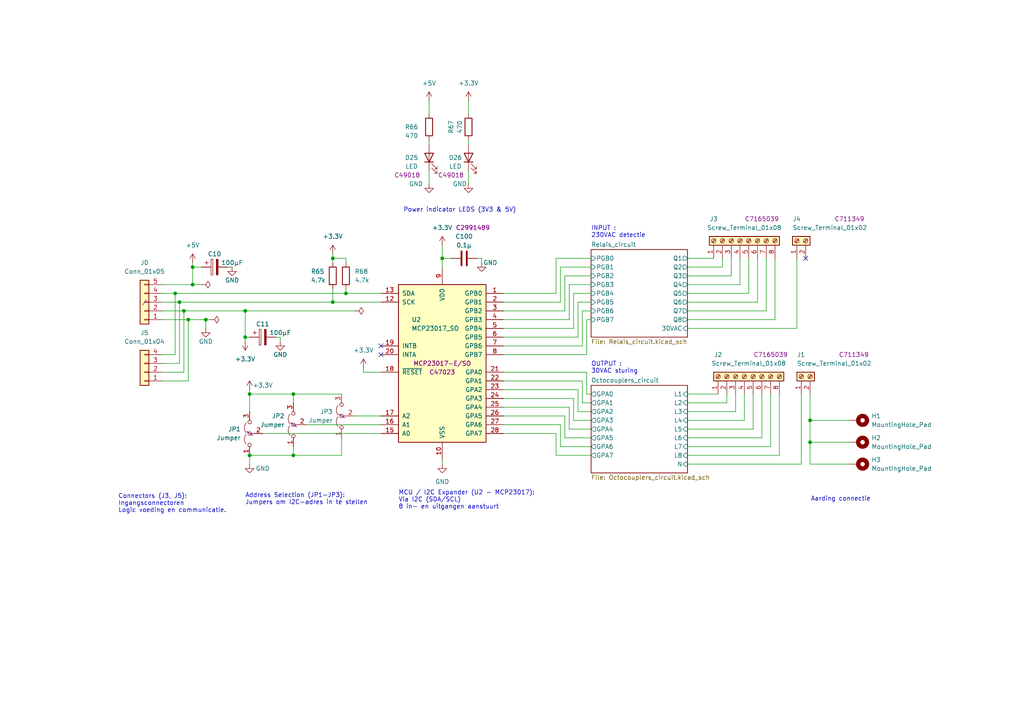
<source format=kicad_sch>
(kicad_sch
	(version 20250114)
	(generator "eeschema")
	(generator_version "9.0")
	(uuid "29ba9865-d8f8-4395-9fbc-0bb34aa69403")
	(paper "A4")
	(lib_symbols
		(symbol "Connector:Screw_Terminal_01x02"
			(pin_names
				(offset 1.016)
				(hide yes)
			)
			(exclude_from_sim no)
			(in_bom yes)
			(on_board yes)
			(property "Reference" "J"
				(at 0 2.54 0)
				(effects
					(font
						(size 1.27 1.27)
					)
				)
			)
			(property "Value" "Screw_Terminal_01x02"
				(at 0 -5.08 0)
				(effects
					(font
						(size 1.27 1.27)
					)
				)
			)
			(property "Footprint" ""
				(at 0 0 0)
				(effects
					(font
						(size 1.27 1.27)
					)
					(hide yes)
				)
			)
			(property "Datasheet" "~"
				(at 0 0 0)
				(effects
					(font
						(size 1.27 1.27)
					)
					(hide yes)
				)
			)
			(property "Description" "Generic screw terminal, single row, 01x02, script generated (kicad-library-utils/schlib/autogen/connector/)"
				(at 0 0 0)
				(effects
					(font
						(size 1.27 1.27)
					)
					(hide yes)
				)
			)
			(property "ki_keywords" "screw terminal"
				(at 0 0 0)
				(effects
					(font
						(size 1.27 1.27)
					)
					(hide yes)
				)
			)
			(property "ki_fp_filters" "TerminalBlock*:*"
				(at 0 0 0)
				(effects
					(font
						(size 1.27 1.27)
					)
					(hide yes)
				)
			)
			(symbol "Screw_Terminal_01x02_1_1"
				(rectangle
					(start -1.27 1.27)
					(end 1.27 -3.81)
					(stroke
						(width 0.254)
						(type default)
					)
					(fill
						(type background)
					)
				)
				(polyline
					(pts
						(xy -0.5334 0.3302) (xy 0.3302 -0.508)
					)
					(stroke
						(width 0.1524)
						(type default)
					)
					(fill
						(type none)
					)
				)
				(polyline
					(pts
						(xy -0.5334 -2.2098) (xy 0.3302 -3.048)
					)
					(stroke
						(width 0.1524)
						(type default)
					)
					(fill
						(type none)
					)
				)
				(polyline
					(pts
						(xy -0.3556 0.508) (xy 0.508 -0.3302)
					)
					(stroke
						(width 0.1524)
						(type default)
					)
					(fill
						(type none)
					)
				)
				(polyline
					(pts
						(xy -0.3556 -2.032) (xy 0.508 -2.8702)
					)
					(stroke
						(width 0.1524)
						(type default)
					)
					(fill
						(type none)
					)
				)
				(circle
					(center 0 0)
					(radius 0.635)
					(stroke
						(width 0.1524)
						(type default)
					)
					(fill
						(type none)
					)
				)
				(circle
					(center 0 -2.54)
					(radius 0.635)
					(stroke
						(width 0.1524)
						(type default)
					)
					(fill
						(type none)
					)
				)
				(pin passive line
					(at -5.08 0 0)
					(length 3.81)
					(name "Pin_1"
						(effects
							(font
								(size 1.27 1.27)
							)
						)
					)
					(number "1"
						(effects
							(font
								(size 1.27 1.27)
							)
						)
					)
				)
				(pin passive line
					(at -5.08 -2.54 0)
					(length 3.81)
					(name "Pin_2"
						(effects
							(font
								(size 1.27 1.27)
							)
						)
					)
					(number "2"
						(effects
							(font
								(size 1.27 1.27)
							)
						)
					)
				)
			)
			(embedded_fonts no)
		)
		(symbol "Connector:Screw_Terminal_01x08"
			(pin_names
				(offset 1.016)
				(hide yes)
			)
			(exclude_from_sim no)
			(in_bom yes)
			(on_board yes)
			(property "Reference" "J"
				(at 0 10.16 0)
				(effects
					(font
						(size 1.27 1.27)
					)
				)
			)
			(property "Value" "Screw_Terminal_01x08"
				(at 0 -12.7 0)
				(effects
					(font
						(size 1.27 1.27)
					)
				)
			)
			(property "Footprint" ""
				(at 0 0 0)
				(effects
					(font
						(size 1.27 1.27)
					)
					(hide yes)
				)
			)
			(property "Datasheet" "~"
				(at 0 0 0)
				(effects
					(font
						(size 1.27 1.27)
					)
					(hide yes)
				)
			)
			(property "Description" "Generic screw terminal, single row, 01x08, script generated (kicad-library-utils/schlib/autogen/connector/)"
				(at 0 0 0)
				(effects
					(font
						(size 1.27 1.27)
					)
					(hide yes)
				)
			)
			(property "ki_keywords" "screw terminal"
				(at 0 0 0)
				(effects
					(font
						(size 1.27 1.27)
					)
					(hide yes)
				)
			)
			(property "ki_fp_filters" "TerminalBlock*:*"
				(at 0 0 0)
				(effects
					(font
						(size 1.27 1.27)
					)
					(hide yes)
				)
			)
			(symbol "Screw_Terminal_01x08_1_1"
				(rectangle
					(start -1.27 8.89)
					(end 1.27 -11.43)
					(stroke
						(width 0.254)
						(type default)
					)
					(fill
						(type background)
					)
				)
				(polyline
					(pts
						(xy -0.5334 7.9502) (xy 0.3302 7.112)
					)
					(stroke
						(width 0.1524)
						(type default)
					)
					(fill
						(type none)
					)
				)
				(polyline
					(pts
						(xy -0.5334 5.4102) (xy 0.3302 4.572)
					)
					(stroke
						(width 0.1524)
						(type default)
					)
					(fill
						(type none)
					)
				)
				(polyline
					(pts
						(xy -0.5334 2.8702) (xy 0.3302 2.032)
					)
					(stroke
						(width 0.1524)
						(type default)
					)
					(fill
						(type none)
					)
				)
				(polyline
					(pts
						(xy -0.5334 0.3302) (xy 0.3302 -0.508)
					)
					(stroke
						(width 0.1524)
						(type default)
					)
					(fill
						(type none)
					)
				)
				(polyline
					(pts
						(xy -0.5334 -2.2098) (xy 0.3302 -3.048)
					)
					(stroke
						(width 0.1524)
						(type default)
					)
					(fill
						(type none)
					)
				)
				(polyline
					(pts
						(xy -0.5334 -4.7498) (xy 0.3302 -5.588)
					)
					(stroke
						(width 0.1524)
						(type default)
					)
					(fill
						(type none)
					)
				)
				(polyline
					(pts
						(xy -0.5334 -7.2898) (xy 0.3302 -8.128)
					)
					(stroke
						(width 0.1524)
						(type default)
					)
					(fill
						(type none)
					)
				)
				(polyline
					(pts
						(xy -0.5334 -9.8298) (xy 0.3302 -10.668)
					)
					(stroke
						(width 0.1524)
						(type default)
					)
					(fill
						(type none)
					)
				)
				(polyline
					(pts
						(xy -0.3556 8.128) (xy 0.508 7.2898)
					)
					(stroke
						(width 0.1524)
						(type default)
					)
					(fill
						(type none)
					)
				)
				(polyline
					(pts
						(xy -0.3556 5.588) (xy 0.508 4.7498)
					)
					(stroke
						(width 0.1524)
						(type default)
					)
					(fill
						(type none)
					)
				)
				(polyline
					(pts
						(xy -0.3556 3.048) (xy 0.508 2.2098)
					)
					(stroke
						(width 0.1524)
						(type default)
					)
					(fill
						(type none)
					)
				)
				(polyline
					(pts
						(xy -0.3556 0.508) (xy 0.508 -0.3302)
					)
					(stroke
						(width 0.1524)
						(type default)
					)
					(fill
						(type none)
					)
				)
				(polyline
					(pts
						(xy -0.3556 -2.032) (xy 0.508 -2.8702)
					)
					(stroke
						(width 0.1524)
						(type default)
					)
					(fill
						(type none)
					)
				)
				(polyline
					(pts
						(xy -0.3556 -4.572) (xy 0.508 -5.4102)
					)
					(stroke
						(width 0.1524)
						(type default)
					)
					(fill
						(type none)
					)
				)
				(polyline
					(pts
						(xy -0.3556 -7.112) (xy 0.508 -7.9502)
					)
					(stroke
						(width 0.1524)
						(type default)
					)
					(fill
						(type none)
					)
				)
				(polyline
					(pts
						(xy -0.3556 -9.652) (xy 0.508 -10.4902)
					)
					(stroke
						(width 0.1524)
						(type default)
					)
					(fill
						(type none)
					)
				)
				(circle
					(center 0 7.62)
					(radius 0.635)
					(stroke
						(width 0.1524)
						(type default)
					)
					(fill
						(type none)
					)
				)
				(circle
					(center 0 5.08)
					(radius 0.635)
					(stroke
						(width 0.1524)
						(type default)
					)
					(fill
						(type none)
					)
				)
				(circle
					(center 0 2.54)
					(radius 0.635)
					(stroke
						(width 0.1524)
						(type default)
					)
					(fill
						(type none)
					)
				)
				(circle
					(center 0 0)
					(radius 0.635)
					(stroke
						(width 0.1524)
						(type default)
					)
					(fill
						(type none)
					)
				)
				(circle
					(center 0 -2.54)
					(radius 0.635)
					(stroke
						(width 0.1524)
						(type default)
					)
					(fill
						(type none)
					)
				)
				(circle
					(center 0 -5.08)
					(radius 0.635)
					(stroke
						(width 0.1524)
						(type default)
					)
					(fill
						(type none)
					)
				)
				(circle
					(center 0 -7.62)
					(radius 0.635)
					(stroke
						(width 0.1524)
						(type default)
					)
					(fill
						(type none)
					)
				)
				(circle
					(center 0 -10.16)
					(radius 0.635)
					(stroke
						(width 0.1524)
						(type default)
					)
					(fill
						(type none)
					)
				)
				(pin passive line
					(at -5.08 7.62 0)
					(length 3.81)
					(name "Pin_1"
						(effects
							(font
								(size 1.27 1.27)
							)
						)
					)
					(number "1"
						(effects
							(font
								(size 1.27 1.27)
							)
						)
					)
				)
				(pin passive line
					(at -5.08 5.08 0)
					(length 3.81)
					(name "Pin_2"
						(effects
							(font
								(size 1.27 1.27)
							)
						)
					)
					(number "2"
						(effects
							(font
								(size 1.27 1.27)
							)
						)
					)
				)
				(pin passive line
					(at -5.08 2.54 0)
					(length 3.81)
					(name "Pin_3"
						(effects
							(font
								(size 1.27 1.27)
							)
						)
					)
					(number "3"
						(effects
							(font
								(size 1.27 1.27)
							)
						)
					)
				)
				(pin passive line
					(at -5.08 0 0)
					(length 3.81)
					(name "Pin_4"
						(effects
							(font
								(size 1.27 1.27)
							)
						)
					)
					(number "4"
						(effects
							(font
								(size 1.27 1.27)
							)
						)
					)
				)
				(pin passive line
					(at -5.08 -2.54 0)
					(length 3.81)
					(name "Pin_5"
						(effects
							(font
								(size 1.27 1.27)
							)
						)
					)
					(number "5"
						(effects
							(font
								(size 1.27 1.27)
							)
						)
					)
				)
				(pin passive line
					(at -5.08 -5.08 0)
					(length 3.81)
					(name "Pin_6"
						(effects
							(font
								(size 1.27 1.27)
							)
						)
					)
					(number "6"
						(effects
							(font
								(size 1.27 1.27)
							)
						)
					)
				)
				(pin passive line
					(at -5.08 -7.62 0)
					(length 3.81)
					(name "Pin_7"
						(effects
							(font
								(size 1.27 1.27)
							)
						)
					)
					(number "7"
						(effects
							(font
								(size 1.27 1.27)
							)
						)
					)
				)
				(pin passive line
					(at -5.08 -10.16 0)
					(length 3.81)
					(name "Pin_8"
						(effects
							(font
								(size 1.27 1.27)
							)
						)
					)
					(number "8"
						(effects
							(font
								(size 1.27 1.27)
							)
						)
					)
				)
			)
			(embedded_fonts no)
		)
		(symbol "Connector_Generic:Conn_01x04"
			(pin_names
				(offset 1.016)
				(hide yes)
			)
			(exclude_from_sim no)
			(in_bom yes)
			(on_board yes)
			(property "Reference" "J"
				(at 0 5.08 0)
				(effects
					(font
						(size 1.27 1.27)
					)
				)
			)
			(property "Value" "Conn_01x04"
				(at 0 -7.62 0)
				(effects
					(font
						(size 1.27 1.27)
					)
				)
			)
			(property "Footprint" ""
				(at 0 0 0)
				(effects
					(font
						(size 1.27 1.27)
					)
					(hide yes)
				)
			)
			(property "Datasheet" "~"
				(at 0 0 0)
				(effects
					(font
						(size 1.27 1.27)
					)
					(hide yes)
				)
			)
			(property "Description" "Generic connector, single row, 01x04, script generated (kicad-library-utils/schlib/autogen/connector/)"
				(at 0 0 0)
				(effects
					(font
						(size 1.27 1.27)
					)
					(hide yes)
				)
			)
			(property "ki_keywords" "connector"
				(at 0 0 0)
				(effects
					(font
						(size 1.27 1.27)
					)
					(hide yes)
				)
			)
			(property "ki_fp_filters" "Connector*:*_1x??_*"
				(at 0 0 0)
				(effects
					(font
						(size 1.27 1.27)
					)
					(hide yes)
				)
			)
			(symbol "Conn_01x04_1_1"
				(rectangle
					(start -1.27 3.81)
					(end 1.27 -6.35)
					(stroke
						(width 0.254)
						(type default)
					)
					(fill
						(type background)
					)
				)
				(rectangle
					(start -1.27 2.667)
					(end 0 2.413)
					(stroke
						(width 0.1524)
						(type default)
					)
					(fill
						(type none)
					)
				)
				(rectangle
					(start -1.27 0.127)
					(end 0 -0.127)
					(stroke
						(width 0.1524)
						(type default)
					)
					(fill
						(type none)
					)
				)
				(rectangle
					(start -1.27 -2.413)
					(end 0 -2.667)
					(stroke
						(width 0.1524)
						(type default)
					)
					(fill
						(type none)
					)
				)
				(rectangle
					(start -1.27 -4.953)
					(end 0 -5.207)
					(stroke
						(width 0.1524)
						(type default)
					)
					(fill
						(type none)
					)
				)
				(pin passive line
					(at -5.08 2.54 0)
					(length 3.81)
					(name "Pin_1"
						(effects
							(font
								(size 1.27 1.27)
							)
						)
					)
					(number "1"
						(effects
							(font
								(size 1.27 1.27)
							)
						)
					)
				)
				(pin passive line
					(at -5.08 0 0)
					(length 3.81)
					(name "Pin_2"
						(effects
							(font
								(size 1.27 1.27)
							)
						)
					)
					(number "2"
						(effects
							(font
								(size 1.27 1.27)
							)
						)
					)
				)
				(pin passive line
					(at -5.08 -2.54 0)
					(length 3.81)
					(name "Pin_3"
						(effects
							(font
								(size 1.27 1.27)
							)
						)
					)
					(number "3"
						(effects
							(font
								(size 1.27 1.27)
							)
						)
					)
				)
				(pin passive line
					(at -5.08 -5.08 0)
					(length 3.81)
					(name "Pin_4"
						(effects
							(font
								(size 1.27 1.27)
							)
						)
					)
					(number "4"
						(effects
							(font
								(size 1.27 1.27)
							)
						)
					)
				)
			)
			(embedded_fonts no)
		)
		(symbol "Connector_Generic:Conn_01x05"
			(pin_names
				(offset 1.016)
				(hide yes)
			)
			(exclude_from_sim no)
			(in_bom yes)
			(on_board yes)
			(property "Reference" "J"
				(at 0 7.62 0)
				(effects
					(font
						(size 1.27 1.27)
					)
				)
			)
			(property "Value" "Conn_01x05"
				(at 0 -7.62 0)
				(effects
					(font
						(size 1.27 1.27)
					)
				)
			)
			(property "Footprint" ""
				(at 0 0 0)
				(effects
					(font
						(size 1.27 1.27)
					)
					(hide yes)
				)
			)
			(property "Datasheet" "~"
				(at 0 0 0)
				(effects
					(font
						(size 1.27 1.27)
					)
					(hide yes)
				)
			)
			(property "Description" "Generic connector, single row, 01x05, script generated (kicad-library-utils/schlib/autogen/connector/)"
				(at 0 0 0)
				(effects
					(font
						(size 1.27 1.27)
					)
					(hide yes)
				)
			)
			(property "ki_keywords" "connector"
				(at 0 0 0)
				(effects
					(font
						(size 1.27 1.27)
					)
					(hide yes)
				)
			)
			(property "ki_fp_filters" "Connector*:*_1x??_*"
				(at 0 0 0)
				(effects
					(font
						(size 1.27 1.27)
					)
					(hide yes)
				)
			)
			(symbol "Conn_01x05_1_1"
				(rectangle
					(start -1.27 6.35)
					(end 1.27 -6.35)
					(stroke
						(width 0.254)
						(type default)
					)
					(fill
						(type background)
					)
				)
				(rectangle
					(start -1.27 5.207)
					(end 0 4.953)
					(stroke
						(width 0.1524)
						(type default)
					)
					(fill
						(type none)
					)
				)
				(rectangle
					(start -1.27 2.667)
					(end 0 2.413)
					(stroke
						(width 0.1524)
						(type default)
					)
					(fill
						(type none)
					)
				)
				(rectangle
					(start -1.27 0.127)
					(end 0 -0.127)
					(stroke
						(width 0.1524)
						(type default)
					)
					(fill
						(type none)
					)
				)
				(rectangle
					(start -1.27 -2.413)
					(end 0 -2.667)
					(stroke
						(width 0.1524)
						(type default)
					)
					(fill
						(type none)
					)
				)
				(rectangle
					(start -1.27 -4.953)
					(end 0 -5.207)
					(stroke
						(width 0.1524)
						(type default)
					)
					(fill
						(type none)
					)
				)
				(pin passive line
					(at -5.08 5.08 0)
					(length 3.81)
					(name "Pin_1"
						(effects
							(font
								(size 1.27 1.27)
							)
						)
					)
					(number "1"
						(effects
							(font
								(size 1.27 1.27)
							)
						)
					)
				)
				(pin passive line
					(at -5.08 2.54 0)
					(length 3.81)
					(name "Pin_2"
						(effects
							(font
								(size 1.27 1.27)
							)
						)
					)
					(number "2"
						(effects
							(font
								(size 1.27 1.27)
							)
						)
					)
				)
				(pin passive line
					(at -5.08 0 0)
					(length 3.81)
					(name "Pin_3"
						(effects
							(font
								(size 1.27 1.27)
							)
						)
					)
					(number "3"
						(effects
							(font
								(size 1.27 1.27)
							)
						)
					)
				)
				(pin passive line
					(at -5.08 -2.54 0)
					(length 3.81)
					(name "Pin_4"
						(effects
							(font
								(size 1.27 1.27)
							)
						)
					)
					(number "4"
						(effects
							(font
								(size 1.27 1.27)
							)
						)
					)
				)
				(pin passive line
					(at -5.08 -5.08 0)
					(length 3.81)
					(name "Pin_5"
						(effects
							(font
								(size 1.27 1.27)
							)
						)
					)
					(number "5"
						(effects
							(font
								(size 1.27 1.27)
							)
						)
					)
				)
			)
			(embedded_fonts no)
		)
		(symbol "Device:C"
			(pin_numbers
				(hide yes)
			)
			(pin_names
				(offset 0.254)
			)
			(exclude_from_sim no)
			(in_bom yes)
			(on_board yes)
			(property "Reference" "C"
				(at 0.635 2.54 0)
				(effects
					(font
						(size 1.27 1.27)
					)
					(justify left)
				)
			)
			(property "Value" "C"
				(at 0.635 -2.54 0)
				(effects
					(font
						(size 1.27 1.27)
					)
					(justify left)
				)
			)
			(property "Footprint" ""
				(at 0.9652 -3.81 0)
				(effects
					(font
						(size 1.27 1.27)
					)
					(hide yes)
				)
			)
			(property "Datasheet" "~"
				(at 0 0 0)
				(effects
					(font
						(size 1.27 1.27)
					)
					(hide yes)
				)
			)
			(property "Description" "Unpolarized capacitor"
				(at 0 0 0)
				(effects
					(font
						(size 1.27 1.27)
					)
					(hide yes)
				)
			)
			(property "ki_keywords" "cap capacitor"
				(at 0 0 0)
				(effects
					(font
						(size 1.27 1.27)
					)
					(hide yes)
				)
			)
			(property "ki_fp_filters" "C_*"
				(at 0 0 0)
				(effects
					(font
						(size 1.27 1.27)
					)
					(hide yes)
				)
			)
			(symbol "C_0_1"
				(polyline
					(pts
						(xy -2.032 0.762) (xy 2.032 0.762)
					)
					(stroke
						(width 0.508)
						(type default)
					)
					(fill
						(type none)
					)
				)
				(polyline
					(pts
						(xy -2.032 -0.762) (xy 2.032 -0.762)
					)
					(stroke
						(width 0.508)
						(type default)
					)
					(fill
						(type none)
					)
				)
			)
			(symbol "C_1_1"
				(pin passive line
					(at 0 3.81 270)
					(length 2.794)
					(name "~"
						(effects
							(font
								(size 1.27 1.27)
							)
						)
					)
					(number "1"
						(effects
							(font
								(size 1.27 1.27)
							)
						)
					)
				)
				(pin passive line
					(at 0 -3.81 90)
					(length 2.794)
					(name "~"
						(effects
							(font
								(size 1.27 1.27)
							)
						)
					)
					(number "2"
						(effects
							(font
								(size 1.27 1.27)
							)
						)
					)
				)
			)
			(embedded_fonts no)
		)
		(symbol "Device:C_Polarized"
			(pin_numbers
				(hide yes)
			)
			(pin_names
				(offset 0.254)
			)
			(exclude_from_sim no)
			(in_bom yes)
			(on_board yes)
			(property "Reference" "C"
				(at 0.635 2.54 0)
				(effects
					(font
						(size 1.27 1.27)
					)
					(justify left)
				)
			)
			(property "Value" "C_Polarized"
				(at 0.635 -2.54 0)
				(effects
					(font
						(size 1.27 1.27)
					)
					(justify left)
				)
			)
			(property "Footprint" ""
				(at 0.9652 -3.81 0)
				(effects
					(font
						(size 1.27 1.27)
					)
					(hide yes)
				)
			)
			(property "Datasheet" "~"
				(at 0 0 0)
				(effects
					(font
						(size 1.27 1.27)
					)
					(hide yes)
				)
			)
			(property "Description" "Polarized capacitor"
				(at 0 0 0)
				(effects
					(font
						(size 1.27 1.27)
					)
					(hide yes)
				)
			)
			(property "ki_keywords" "cap capacitor"
				(at 0 0 0)
				(effects
					(font
						(size 1.27 1.27)
					)
					(hide yes)
				)
			)
			(property "ki_fp_filters" "CP_*"
				(at 0 0 0)
				(effects
					(font
						(size 1.27 1.27)
					)
					(hide yes)
				)
			)
			(symbol "C_Polarized_0_1"
				(rectangle
					(start -2.286 0.508)
					(end 2.286 1.016)
					(stroke
						(width 0)
						(type default)
					)
					(fill
						(type none)
					)
				)
				(polyline
					(pts
						(xy -1.778 2.286) (xy -0.762 2.286)
					)
					(stroke
						(width 0)
						(type default)
					)
					(fill
						(type none)
					)
				)
				(polyline
					(pts
						(xy -1.27 2.794) (xy -1.27 1.778)
					)
					(stroke
						(width 0)
						(type default)
					)
					(fill
						(type none)
					)
				)
				(rectangle
					(start 2.286 -0.508)
					(end -2.286 -1.016)
					(stroke
						(width 0)
						(type default)
					)
					(fill
						(type outline)
					)
				)
			)
			(symbol "C_Polarized_1_1"
				(pin passive line
					(at 0 3.81 270)
					(length 2.794)
					(name "~"
						(effects
							(font
								(size 1.27 1.27)
							)
						)
					)
					(number "1"
						(effects
							(font
								(size 1.27 1.27)
							)
						)
					)
				)
				(pin passive line
					(at 0 -3.81 90)
					(length 2.794)
					(name "~"
						(effects
							(font
								(size 1.27 1.27)
							)
						)
					)
					(number "2"
						(effects
							(font
								(size 1.27 1.27)
							)
						)
					)
				)
			)
			(embedded_fonts no)
		)
		(symbol "Device:LED"
			(pin_numbers
				(hide yes)
			)
			(pin_names
				(offset 1.016)
				(hide yes)
			)
			(exclude_from_sim no)
			(in_bom yes)
			(on_board yes)
			(property "Reference" "D"
				(at 0 2.54 0)
				(effects
					(font
						(size 1.27 1.27)
					)
				)
			)
			(property "Value" "LED"
				(at 0 -2.54 0)
				(effects
					(font
						(size 1.27 1.27)
					)
				)
			)
			(property "Footprint" ""
				(at 0 0 0)
				(effects
					(font
						(size 1.27 1.27)
					)
					(hide yes)
				)
			)
			(property "Datasheet" "~"
				(at 0 0 0)
				(effects
					(font
						(size 1.27 1.27)
					)
					(hide yes)
				)
			)
			(property "Description" "Light emitting diode"
				(at 0 0 0)
				(effects
					(font
						(size 1.27 1.27)
					)
					(hide yes)
				)
			)
			(property "Sim.Pins" "1=K 2=A"
				(at 0 0 0)
				(effects
					(font
						(size 1.27 1.27)
					)
					(hide yes)
				)
			)
			(property "ki_keywords" "LED diode"
				(at 0 0 0)
				(effects
					(font
						(size 1.27 1.27)
					)
					(hide yes)
				)
			)
			(property "ki_fp_filters" "LED* LED_SMD:* LED_THT:*"
				(at 0 0 0)
				(effects
					(font
						(size 1.27 1.27)
					)
					(hide yes)
				)
			)
			(symbol "LED_0_1"
				(polyline
					(pts
						(xy -3.048 -0.762) (xy -4.572 -2.286) (xy -3.81 -2.286) (xy -4.572 -2.286) (xy -4.572 -1.524)
					)
					(stroke
						(width 0)
						(type default)
					)
					(fill
						(type none)
					)
				)
				(polyline
					(pts
						(xy -1.778 -0.762) (xy -3.302 -2.286) (xy -2.54 -2.286) (xy -3.302 -2.286) (xy -3.302 -1.524)
					)
					(stroke
						(width 0)
						(type default)
					)
					(fill
						(type none)
					)
				)
				(polyline
					(pts
						(xy -1.27 0) (xy 1.27 0)
					)
					(stroke
						(width 0)
						(type default)
					)
					(fill
						(type none)
					)
				)
				(polyline
					(pts
						(xy -1.27 -1.27) (xy -1.27 1.27)
					)
					(stroke
						(width 0.254)
						(type default)
					)
					(fill
						(type none)
					)
				)
				(polyline
					(pts
						(xy 1.27 -1.27) (xy 1.27 1.27) (xy -1.27 0) (xy 1.27 -1.27)
					)
					(stroke
						(width 0.254)
						(type default)
					)
					(fill
						(type none)
					)
				)
			)
			(symbol "LED_1_1"
				(pin passive line
					(at -3.81 0 0)
					(length 2.54)
					(name "K"
						(effects
							(font
								(size 1.27 1.27)
							)
						)
					)
					(number "1"
						(effects
							(font
								(size 1.27 1.27)
							)
						)
					)
				)
				(pin passive line
					(at 3.81 0 180)
					(length 2.54)
					(name "A"
						(effects
							(font
								(size 1.27 1.27)
							)
						)
					)
					(number "2"
						(effects
							(font
								(size 1.27 1.27)
							)
						)
					)
				)
			)
			(embedded_fonts no)
		)
		(symbol "Device:R"
			(pin_numbers
				(hide yes)
			)
			(pin_names
				(offset 0)
			)
			(exclude_from_sim no)
			(in_bom yes)
			(on_board yes)
			(property "Reference" "R"
				(at 2.032 0 90)
				(effects
					(font
						(size 1.27 1.27)
					)
				)
			)
			(property "Value" "R"
				(at 0 0 90)
				(effects
					(font
						(size 1.27 1.27)
					)
				)
			)
			(property "Footprint" ""
				(at -1.778 0 90)
				(effects
					(font
						(size 1.27 1.27)
					)
					(hide yes)
				)
			)
			(property "Datasheet" "~"
				(at 0 0 0)
				(effects
					(font
						(size 1.27 1.27)
					)
					(hide yes)
				)
			)
			(property "Description" "Resistor"
				(at 0 0 0)
				(effects
					(font
						(size 1.27 1.27)
					)
					(hide yes)
				)
			)
			(property "ki_keywords" "R res resistor"
				(at 0 0 0)
				(effects
					(font
						(size 1.27 1.27)
					)
					(hide yes)
				)
			)
			(property "ki_fp_filters" "R_*"
				(at 0 0 0)
				(effects
					(font
						(size 1.27 1.27)
					)
					(hide yes)
				)
			)
			(symbol "R_0_1"
				(rectangle
					(start -1.016 -2.54)
					(end 1.016 2.54)
					(stroke
						(width 0.254)
						(type default)
					)
					(fill
						(type none)
					)
				)
			)
			(symbol "R_1_1"
				(pin passive line
					(at 0 3.81 270)
					(length 1.27)
					(name "~"
						(effects
							(font
								(size 1.27 1.27)
							)
						)
					)
					(number "1"
						(effects
							(font
								(size 1.27 1.27)
							)
						)
					)
				)
				(pin passive line
					(at 0 -3.81 90)
					(length 1.27)
					(name "~"
						(effects
							(font
								(size 1.27 1.27)
							)
						)
					)
					(number "2"
						(effects
							(font
								(size 1.27 1.27)
							)
						)
					)
				)
			)
			(embedded_fonts no)
		)
		(symbol "Interface_Expansion:MCP23017_SO"
			(pin_names
				(offset 1.016)
			)
			(exclude_from_sim no)
			(in_bom yes)
			(on_board yes)
			(property "Reference" "U"
				(at -11.43 24.13 0)
				(effects
					(font
						(size 1.27 1.27)
					)
				)
			)
			(property "Value" "MCP23017_SO"
				(at 0 0 0)
				(effects
					(font
						(size 1.27 1.27)
					)
				)
			)
			(property "Footprint" "Package_SO:SOIC-28W_7.5x17.9mm_P1.27mm"
				(at 5.08 -25.4 0)
				(effects
					(font
						(size 1.27 1.27)
					)
					(justify left)
					(hide yes)
				)
			)
			(property "Datasheet" "https://ww1.microchip.com/downloads/aemDocuments/documents/APID/ProductDocuments/DataSheets/MCP23017-Data-Sheet-DS20001952.pdf"
				(at 5.08 -27.94 0)
				(effects
					(font
						(size 1.27 1.27)
					)
					(justify left)
					(hide yes)
				)
			)
			(property "Description" "16-bit I/O expander, I2C, interrupts, w pull-ups, GPA/B7 output only (https://microchip.my.site.com/s/article/GPA7---GPB7-Cannot-Be-Used-as-Inputs-In-MCP23017),  SOIC-28"
				(at 0 0 0)
				(effects
					(font
						(size 1.27 1.27)
					)
					(hide yes)
				)
			)
			(property "ki_keywords" "I2C parallel port expander"
				(at 0 0 0)
				(effects
					(font
						(size 1.27 1.27)
					)
					(hide yes)
				)
			)
			(property "ki_fp_filters" "SOIC*7.5x17.9mm*P1.27mm*"
				(at 0 0 0)
				(effects
					(font
						(size 1.27 1.27)
					)
					(hide yes)
				)
			)
			(symbol "MCP23017_SO_0_1"
				(rectangle
					(start -12.7 22.86)
					(end 12.7 -22.86)
					(stroke
						(width 0.254)
						(type default)
					)
					(fill
						(type background)
					)
				)
			)
			(symbol "MCP23017_SO_1_1"
				(pin bidirectional line
					(at -17.78 20.32 0)
					(length 5.08)
					(name "SDA"
						(effects
							(font
								(size 1.27 1.27)
							)
						)
					)
					(number "13"
						(effects
							(font
								(size 1.27 1.27)
							)
						)
					)
				)
				(pin input line
					(at -17.78 17.78 0)
					(length 5.08)
					(name "SCK"
						(effects
							(font
								(size 1.27 1.27)
							)
						)
					)
					(number "12"
						(effects
							(font
								(size 1.27 1.27)
							)
						)
					)
				)
				(pin tri_state line
					(at -17.78 5.08 0)
					(length 5.08)
					(name "INTB"
						(effects
							(font
								(size 1.27 1.27)
							)
						)
					)
					(number "19"
						(effects
							(font
								(size 1.27 1.27)
							)
						)
					)
				)
				(pin tri_state line
					(at -17.78 2.54 0)
					(length 5.08)
					(name "INTA"
						(effects
							(font
								(size 1.27 1.27)
							)
						)
					)
					(number "20"
						(effects
							(font
								(size 1.27 1.27)
							)
						)
					)
				)
				(pin input line
					(at -17.78 -2.54 0)
					(length 5.08)
					(name "~{RESET}"
						(effects
							(font
								(size 1.27 1.27)
							)
						)
					)
					(number "18"
						(effects
							(font
								(size 1.27 1.27)
							)
						)
					)
				)
				(pin input line
					(at -17.78 -15.24 0)
					(length 5.08)
					(name "A2"
						(effects
							(font
								(size 1.27 1.27)
							)
						)
					)
					(number "17"
						(effects
							(font
								(size 1.27 1.27)
							)
						)
					)
				)
				(pin input line
					(at -17.78 -17.78 0)
					(length 5.08)
					(name "A1"
						(effects
							(font
								(size 1.27 1.27)
							)
						)
					)
					(number "16"
						(effects
							(font
								(size 1.27 1.27)
							)
						)
					)
				)
				(pin input line
					(at -17.78 -20.32 0)
					(length 5.08)
					(name "A0"
						(effects
							(font
								(size 1.27 1.27)
							)
						)
					)
					(number "15"
						(effects
							(font
								(size 1.27 1.27)
							)
						)
					)
				)
				(pin no_connect line
					(at -12.7 15.24 0)
					(length 5.08)
					(hide yes)
					(name "NC"
						(effects
							(font
								(size 1.27 1.27)
							)
						)
					)
					(number "11"
						(effects
							(font
								(size 1.27 1.27)
							)
						)
					)
				)
				(pin no_connect line
					(at -12.7 12.7 0)
					(length 5.08)
					(hide yes)
					(name "NC"
						(effects
							(font
								(size 1.27 1.27)
							)
						)
					)
					(number "14"
						(effects
							(font
								(size 1.27 1.27)
							)
						)
					)
				)
				(pin power_in line
					(at 0 27.94 270)
					(length 5.08)
					(name "VDD"
						(effects
							(font
								(size 1.27 1.27)
							)
						)
					)
					(number "9"
						(effects
							(font
								(size 1.27 1.27)
							)
						)
					)
				)
				(pin power_in line
					(at 0 -27.94 90)
					(length 5.08)
					(name "VSS"
						(effects
							(font
								(size 1.27 1.27)
							)
						)
					)
					(number "10"
						(effects
							(font
								(size 1.27 1.27)
							)
						)
					)
				)
				(pin bidirectional line
					(at 17.78 20.32 180)
					(length 5.08)
					(name "GPB0"
						(effects
							(font
								(size 1.27 1.27)
							)
						)
					)
					(number "1"
						(effects
							(font
								(size 1.27 1.27)
							)
						)
					)
				)
				(pin bidirectional line
					(at 17.78 17.78 180)
					(length 5.08)
					(name "GPB1"
						(effects
							(font
								(size 1.27 1.27)
							)
						)
					)
					(number "2"
						(effects
							(font
								(size 1.27 1.27)
							)
						)
					)
				)
				(pin bidirectional line
					(at 17.78 15.24 180)
					(length 5.08)
					(name "GPB2"
						(effects
							(font
								(size 1.27 1.27)
							)
						)
					)
					(number "3"
						(effects
							(font
								(size 1.27 1.27)
							)
						)
					)
				)
				(pin bidirectional line
					(at 17.78 12.7 180)
					(length 5.08)
					(name "GPB3"
						(effects
							(font
								(size 1.27 1.27)
							)
						)
					)
					(number "4"
						(effects
							(font
								(size 1.27 1.27)
							)
						)
					)
				)
				(pin bidirectional line
					(at 17.78 10.16 180)
					(length 5.08)
					(name "GPB4"
						(effects
							(font
								(size 1.27 1.27)
							)
						)
					)
					(number "5"
						(effects
							(font
								(size 1.27 1.27)
							)
						)
					)
				)
				(pin bidirectional line
					(at 17.78 7.62 180)
					(length 5.08)
					(name "GPB5"
						(effects
							(font
								(size 1.27 1.27)
							)
						)
					)
					(number "6"
						(effects
							(font
								(size 1.27 1.27)
							)
						)
					)
				)
				(pin bidirectional line
					(at 17.78 5.08 180)
					(length 5.08)
					(name "GPB6"
						(effects
							(font
								(size 1.27 1.27)
							)
						)
					)
					(number "7"
						(effects
							(font
								(size 1.27 1.27)
							)
						)
					)
				)
				(pin output line
					(at 17.78 2.54 180)
					(length 5.08)
					(name "GPB7"
						(effects
							(font
								(size 1.27 1.27)
							)
						)
					)
					(number "8"
						(effects
							(font
								(size 1.27 1.27)
							)
						)
					)
				)
				(pin bidirectional line
					(at 17.78 -2.54 180)
					(length 5.08)
					(name "GPA0"
						(effects
							(font
								(size 1.27 1.27)
							)
						)
					)
					(number "21"
						(effects
							(font
								(size 1.27 1.27)
							)
						)
					)
				)
				(pin bidirectional line
					(at 17.78 -5.08 180)
					(length 5.08)
					(name "GPA1"
						(effects
							(font
								(size 1.27 1.27)
							)
						)
					)
					(number "22"
						(effects
							(font
								(size 1.27 1.27)
							)
						)
					)
				)
				(pin bidirectional line
					(at 17.78 -7.62 180)
					(length 5.08)
					(name "GPA2"
						(effects
							(font
								(size 1.27 1.27)
							)
						)
					)
					(number "23"
						(effects
							(font
								(size 1.27 1.27)
							)
						)
					)
				)
				(pin bidirectional line
					(at 17.78 -10.16 180)
					(length 5.08)
					(name "GPA3"
						(effects
							(font
								(size 1.27 1.27)
							)
						)
					)
					(number "24"
						(effects
							(font
								(size 1.27 1.27)
							)
						)
					)
				)
				(pin bidirectional line
					(at 17.78 -12.7 180)
					(length 5.08)
					(name "GPA4"
						(effects
							(font
								(size 1.27 1.27)
							)
						)
					)
					(number "25"
						(effects
							(font
								(size 1.27 1.27)
							)
						)
					)
				)
				(pin bidirectional line
					(at 17.78 -15.24 180)
					(length 5.08)
					(name "GPA5"
						(effects
							(font
								(size 1.27 1.27)
							)
						)
					)
					(number "26"
						(effects
							(font
								(size 1.27 1.27)
							)
						)
					)
				)
				(pin bidirectional line
					(at 17.78 -17.78 180)
					(length 5.08)
					(name "GPA6"
						(effects
							(font
								(size 1.27 1.27)
							)
						)
					)
					(number "27"
						(effects
							(font
								(size 1.27 1.27)
							)
						)
					)
				)
				(pin output line
					(at 17.78 -20.32 180)
					(length 5.08)
					(name "GPA7"
						(effects
							(font
								(size 1.27 1.27)
							)
						)
					)
					(number "28"
						(effects
							(font
								(size 1.27 1.27)
							)
						)
					)
				)
			)
			(embedded_fonts no)
		)
		(symbol "Jumper:Jumper_3_Open"
			(pin_names
				(offset 0)
				(hide yes)
			)
			(exclude_from_sim yes)
			(in_bom no)
			(on_board yes)
			(property "Reference" "JP"
				(at -2.54 -2.54 0)
				(effects
					(font
						(size 1.27 1.27)
					)
				)
			)
			(property "Value" "Jumper_3_Open"
				(at 0 2.794 0)
				(effects
					(font
						(size 1.27 1.27)
					)
				)
			)
			(property "Footprint" ""
				(at 0 0 0)
				(effects
					(font
						(size 1.27 1.27)
					)
					(hide yes)
				)
			)
			(property "Datasheet" "~"
				(at 0 0 0)
				(effects
					(font
						(size 1.27 1.27)
					)
					(hide yes)
				)
			)
			(property "Description" "Jumper, 3-pole, both open"
				(at 0 0 0)
				(effects
					(font
						(size 1.27 1.27)
					)
					(hide yes)
				)
			)
			(property "ki_keywords" "Jumper SPDT"
				(at 0 0 0)
				(effects
					(font
						(size 1.27 1.27)
					)
					(hide yes)
				)
			)
			(property "ki_fp_filters" "Jumper* TestPoint*3Pads* TestPoint*Bridge*"
				(at 0 0 0)
				(effects
					(font
						(size 1.27 1.27)
					)
					(hide yes)
				)
			)
			(symbol "Jumper_3_Open_0_0"
				(circle
					(center -3.302 0)
					(radius 0.508)
					(stroke
						(width 0)
						(type default)
					)
					(fill
						(type none)
					)
				)
				(circle
					(center 0 0)
					(radius 0.508)
					(stroke
						(width 0)
						(type default)
					)
					(fill
						(type none)
					)
				)
				(circle
					(center 3.302 0)
					(radius 0.508)
					(stroke
						(width 0)
						(type default)
					)
					(fill
						(type none)
					)
				)
			)
			(symbol "Jumper_3_Open_0_1"
				(arc
					(start -3.048 1.016)
					(mid -1.651 1.4992)
					(end -0.254 1.016)
					(stroke
						(width 0)
						(type default)
					)
					(fill
						(type none)
					)
				)
				(polyline
					(pts
						(xy 0 -0.508) (xy 0 -1.27)
					)
					(stroke
						(width 0)
						(type default)
					)
					(fill
						(type none)
					)
				)
				(arc
					(start 0.254 1.016)
					(mid 1.651 1.4992)
					(end 3.048 1.016)
					(stroke
						(width 0)
						(type default)
					)
					(fill
						(type none)
					)
				)
			)
			(symbol "Jumper_3_Open_1_1"
				(pin passive line
					(at -6.35 0 0)
					(length 2.54)
					(name "A"
						(effects
							(font
								(size 1.27 1.27)
							)
						)
					)
					(number "1"
						(effects
							(font
								(size 1.27 1.27)
							)
						)
					)
				)
				(pin passive line
					(at 0 -3.81 90)
					(length 2.54)
					(name "C"
						(effects
							(font
								(size 1.27 1.27)
							)
						)
					)
					(number "2"
						(effects
							(font
								(size 1.27 1.27)
							)
						)
					)
				)
				(pin passive line
					(at 6.35 0 180)
					(length 2.54)
					(name "B"
						(effects
							(font
								(size 1.27 1.27)
							)
						)
					)
					(number "3"
						(effects
							(font
								(size 1.27 1.27)
							)
						)
					)
				)
			)
			(embedded_fonts no)
		)
		(symbol "Mechanical:MountingHole_Pad"
			(pin_numbers
				(hide yes)
			)
			(pin_names
				(offset 1.016)
				(hide yes)
			)
			(exclude_from_sim yes)
			(in_bom no)
			(on_board yes)
			(property "Reference" "H"
				(at 0 6.35 0)
				(effects
					(font
						(size 1.27 1.27)
					)
				)
			)
			(property "Value" "MountingHole_Pad"
				(at 0 4.445 0)
				(effects
					(font
						(size 1.27 1.27)
					)
				)
			)
			(property "Footprint" ""
				(at 0 0 0)
				(effects
					(font
						(size 1.27 1.27)
					)
					(hide yes)
				)
			)
			(property "Datasheet" "~"
				(at 0 0 0)
				(effects
					(font
						(size 1.27 1.27)
					)
					(hide yes)
				)
			)
			(property "Description" "Mounting Hole with connection"
				(at 0 0 0)
				(effects
					(font
						(size 1.27 1.27)
					)
					(hide yes)
				)
			)
			(property "ki_keywords" "mounting hole"
				(at 0 0 0)
				(effects
					(font
						(size 1.27 1.27)
					)
					(hide yes)
				)
			)
			(property "ki_fp_filters" "MountingHole*Pad*"
				(at 0 0 0)
				(effects
					(font
						(size 1.27 1.27)
					)
					(hide yes)
				)
			)
			(symbol "MountingHole_Pad_0_1"
				(circle
					(center 0 1.27)
					(radius 1.27)
					(stroke
						(width 1.27)
						(type default)
					)
					(fill
						(type none)
					)
				)
			)
			(symbol "MountingHole_Pad_1_1"
				(pin input line
					(at 0 -2.54 90)
					(length 2.54)
					(name "1"
						(effects
							(font
								(size 1.27 1.27)
							)
						)
					)
					(number "1"
						(effects
							(font
								(size 1.27 1.27)
							)
						)
					)
				)
			)
			(embedded_fonts no)
		)
		(symbol "power:+3.3V"
			(power)
			(pin_numbers
				(hide yes)
			)
			(pin_names
				(offset 0)
				(hide yes)
			)
			(exclude_from_sim no)
			(in_bom yes)
			(on_board yes)
			(property "Reference" "#PWR"
				(at 0 -3.81 0)
				(effects
					(font
						(size 1.27 1.27)
					)
					(hide yes)
				)
			)
			(property "Value" "+3.3V"
				(at 0 3.556 0)
				(effects
					(font
						(size 1.27 1.27)
					)
				)
			)
			(property "Footprint" ""
				(at 0 0 0)
				(effects
					(font
						(size 1.27 1.27)
					)
					(hide yes)
				)
			)
			(property "Datasheet" ""
				(at 0 0 0)
				(effects
					(font
						(size 1.27 1.27)
					)
					(hide yes)
				)
			)
			(property "Description" "Power symbol creates a global label with name \"+3.3V\""
				(at 0 0 0)
				(effects
					(font
						(size 1.27 1.27)
					)
					(hide yes)
				)
			)
			(property "ki_keywords" "global power"
				(at 0 0 0)
				(effects
					(font
						(size 1.27 1.27)
					)
					(hide yes)
				)
			)
			(symbol "+3.3V_0_1"
				(polyline
					(pts
						(xy -0.762 1.27) (xy 0 2.54)
					)
					(stroke
						(width 0)
						(type default)
					)
					(fill
						(type none)
					)
				)
				(polyline
					(pts
						(xy 0 2.54) (xy 0.762 1.27)
					)
					(stroke
						(width 0)
						(type default)
					)
					(fill
						(type none)
					)
				)
				(polyline
					(pts
						(xy 0 0) (xy 0 2.54)
					)
					(stroke
						(width 0)
						(type default)
					)
					(fill
						(type none)
					)
				)
			)
			(symbol "+3.3V_1_1"
				(pin power_in line
					(at 0 0 90)
					(length 0)
					(name "~"
						(effects
							(font
								(size 1.27 1.27)
							)
						)
					)
					(number "1"
						(effects
							(font
								(size 1.27 1.27)
							)
						)
					)
				)
			)
			(embedded_fonts no)
		)
		(symbol "power:+5V"
			(power)
			(pin_numbers
				(hide yes)
			)
			(pin_names
				(offset 0)
				(hide yes)
			)
			(exclude_from_sim no)
			(in_bom yes)
			(on_board yes)
			(property "Reference" "#PWR"
				(at 0 -3.81 0)
				(effects
					(font
						(size 1.27 1.27)
					)
					(hide yes)
				)
			)
			(property "Value" "+5V"
				(at 0 3.556 0)
				(effects
					(font
						(size 1.27 1.27)
					)
				)
			)
			(property "Footprint" ""
				(at 0 0 0)
				(effects
					(font
						(size 1.27 1.27)
					)
					(hide yes)
				)
			)
			(property "Datasheet" ""
				(at 0 0 0)
				(effects
					(font
						(size 1.27 1.27)
					)
					(hide yes)
				)
			)
			(property "Description" "Power symbol creates a global label with name \"+5V\""
				(at 0 0 0)
				(effects
					(font
						(size 1.27 1.27)
					)
					(hide yes)
				)
			)
			(property "ki_keywords" "global power"
				(at 0 0 0)
				(effects
					(font
						(size 1.27 1.27)
					)
					(hide yes)
				)
			)
			(symbol "+5V_0_1"
				(polyline
					(pts
						(xy -0.762 1.27) (xy 0 2.54)
					)
					(stroke
						(width 0)
						(type default)
					)
					(fill
						(type none)
					)
				)
				(polyline
					(pts
						(xy 0 2.54) (xy 0.762 1.27)
					)
					(stroke
						(width 0)
						(type default)
					)
					(fill
						(type none)
					)
				)
				(polyline
					(pts
						(xy 0 0) (xy 0 2.54)
					)
					(stroke
						(width 0)
						(type default)
					)
					(fill
						(type none)
					)
				)
			)
			(symbol "+5V_1_1"
				(pin power_in line
					(at 0 0 90)
					(length 0)
					(name "~"
						(effects
							(font
								(size 1.27 1.27)
							)
						)
					)
					(number "1"
						(effects
							(font
								(size 1.27 1.27)
							)
						)
					)
				)
			)
			(embedded_fonts no)
		)
		(symbol "power:GND"
			(power)
			(pin_numbers
				(hide yes)
			)
			(pin_names
				(offset 0)
				(hide yes)
			)
			(exclude_from_sim no)
			(in_bom yes)
			(on_board yes)
			(property "Reference" "#PWR"
				(at 0 -6.35 0)
				(effects
					(font
						(size 1.27 1.27)
					)
					(hide yes)
				)
			)
			(property "Value" "GND"
				(at 0 -3.81 0)
				(effects
					(font
						(size 1.27 1.27)
					)
				)
			)
			(property "Footprint" ""
				(at 0 0 0)
				(effects
					(font
						(size 1.27 1.27)
					)
					(hide yes)
				)
			)
			(property "Datasheet" ""
				(at 0 0 0)
				(effects
					(font
						(size 1.27 1.27)
					)
					(hide yes)
				)
			)
			(property "Description" "Power symbol creates a global label with name \"GND\" , ground"
				(at 0 0 0)
				(effects
					(font
						(size 1.27 1.27)
					)
					(hide yes)
				)
			)
			(property "ki_keywords" "global power"
				(at 0 0 0)
				(effects
					(font
						(size 1.27 1.27)
					)
					(hide yes)
				)
			)
			(symbol "GND_0_1"
				(polyline
					(pts
						(xy 0 0) (xy 0 -1.27) (xy 1.27 -1.27) (xy 0 -2.54) (xy -1.27 -1.27) (xy 0 -1.27)
					)
					(stroke
						(width 0)
						(type default)
					)
					(fill
						(type none)
					)
				)
			)
			(symbol "GND_1_1"
				(pin power_in line
					(at 0 0 270)
					(length 0)
					(name "~"
						(effects
							(font
								(size 1.27 1.27)
							)
						)
					)
					(number "1"
						(effects
							(font
								(size 1.27 1.27)
							)
						)
					)
				)
			)
			(embedded_fonts no)
		)
		(symbol "power:PWR_FLAG"
			(power)
			(pin_numbers
				(hide yes)
			)
			(pin_names
				(offset 0)
				(hide yes)
			)
			(exclude_from_sim no)
			(in_bom yes)
			(on_board yes)
			(property "Reference" "#FLG"
				(at 0 1.905 0)
				(effects
					(font
						(size 1.27 1.27)
					)
					(hide yes)
				)
			)
			(property "Value" "PWR_FLAG"
				(at 0 3.81 0)
				(effects
					(font
						(size 1.27 1.27)
					)
				)
			)
			(property "Footprint" ""
				(at 0 0 0)
				(effects
					(font
						(size 1.27 1.27)
					)
					(hide yes)
				)
			)
			(property "Datasheet" "~"
				(at 0 0 0)
				(effects
					(font
						(size 1.27 1.27)
					)
					(hide yes)
				)
			)
			(property "Description" "Special symbol for telling ERC where power comes from"
				(at 0 0 0)
				(effects
					(font
						(size 1.27 1.27)
					)
					(hide yes)
				)
			)
			(property "ki_keywords" "flag power"
				(at 0 0 0)
				(effects
					(font
						(size 1.27 1.27)
					)
					(hide yes)
				)
			)
			(symbol "PWR_FLAG_0_0"
				(pin power_out line
					(at 0 0 90)
					(length 0)
					(name "~"
						(effects
							(font
								(size 1.27 1.27)
							)
						)
					)
					(number "1"
						(effects
							(font
								(size 1.27 1.27)
							)
						)
					)
				)
			)
			(symbol "PWR_FLAG_0_1"
				(polyline
					(pts
						(xy 0 0) (xy 0 1.27) (xy -1.016 1.905) (xy 0 2.54) (xy 1.016 1.905) (xy 0 1.27)
					)
					(stroke
						(width 0)
						(type default)
					)
					(fill
						(type none)
					)
				)
			)
			(embedded_fonts no)
		)
	)
	(text "INPUT : \n230VAC detectie "
		(exclude_from_sim no)
		(at 171.45 67.31 0)
		(effects
			(font
				(size 1.27 1.27)
			)
			(justify left)
		)
		(uuid "0d5ea140-78ac-439d-8955-7891867400c8")
	)
	(text "OUTPUT :\n30VAC sturing"
		(exclude_from_sim no)
		(at 171.45 106.68 0)
		(effects
			(font
				(size 1.27 1.27)
			)
			(justify left)
		)
		(uuid "28ae0a46-c027-4a3b-93a4-7ffed5b86550")
	)
	(text "MCU / I2C Expander (U2 - MCP23017): \nVia I2C (SDA/SCL) \n8 in- en uitgangen aanstuurt\n\n"
		(exclude_from_sim no)
		(at 115.57 146.05 0)
		(effects
			(font
				(size 1.27 1.27)
			)
			(justify left)
		)
		(uuid "2f24b5fc-8056-42be-876d-f0db195b3dad")
	)
	(text "\nConnectors (J3, J5): \nIngangsconnectoren \nLogic voeding en communicatie.\n\n"
		(exclude_from_sim no)
		(at 34.29 146.05 0)
		(effects
			(font
				(size 1.27 1.27)
			)
			(justify left)
		)
		(uuid "456f16ea-1ccd-4f1e-b4a7-713b94f64742")
	)
	(text "\nAddress Selection (JP1-JP3): \nJumpers om I2C-adres in te stellen \n\n"
		(exclude_from_sim no)
		(at 71.12 144.78 0)
		(effects
			(font
				(size 1.27 1.27)
			)
			(justify left)
		)
		(uuid "c9646c7a-1bf4-4bfa-9139-627abb00dbfa")
	)
	(text "Aarding connectie"
		(exclude_from_sim no)
		(at 243.84 144.78 0)
		(effects
			(font
				(size 1.27 1.27)
			)
		)
		(uuid "dead71dd-4d31-47bb-8717-f1ed2ef277a4")
	)
	(text "Power indicator LEDS (3V3 & 5V)\n"
		(exclude_from_sim no)
		(at 133.35 60.96 0)
		(effects
			(font
				(size 1.27 1.27)
			)
		)
		(uuid "ec8c4650-166c-4223-babb-7c6625fd9608")
	)
	(junction
		(at 59.69 92.71)
		(diameter 0)
		(color 0 0 0 0)
		(uuid "16cd1e4a-4bc6-4b86-9761-d46d73ce4627")
	)
	(junction
		(at 53.34 90.17)
		(diameter 0)
		(color 0 0 0 0)
		(uuid "35eba7a1-e559-4936-92c9-be1be46e6a2e")
	)
	(junction
		(at 96.52 74.93)
		(diameter 0)
		(color 0 0 0 0)
		(uuid "3675fc03-42ab-4d01-839d-efb269bbb8f2")
	)
	(junction
		(at 50.8 85.09)
		(diameter 0)
		(color 0 0 0 0)
		(uuid "36d43233-19a8-4402-aaaa-1e1af6d16d6b")
	)
	(junction
		(at 55.88 77.47)
		(diameter 0)
		(color 0 0 0 0)
		(uuid "597d8c5d-d25e-4dda-8613-fcc7b27a6f7c")
	)
	(junction
		(at 100.33 85.09)
		(diameter 0)
		(color 0 0 0 0)
		(uuid "5baec0f8-081e-48dc-9f57-0c891e2c138a")
	)
	(junction
		(at 54.61 92.71)
		(diameter 0)
		(color 0 0 0 0)
		(uuid "6bf4f9c7-b905-4b33-a15a-6a7944541a69")
	)
	(junction
		(at 85.09 114.3)
		(diameter 0)
		(color 0 0 0 0)
		(uuid "70e1f324-aa7d-430c-bea1-fd7879f6560a")
	)
	(junction
		(at 234.95 121.92)
		(diameter 0)
		(color 0 0 0 0)
		(uuid "822b46ca-718b-4586-b36b-df9f0125a101")
	)
	(junction
		(at 72.39 114.3)
		(diameter 0)
		(color 0 0 0 0)
		(uuid "85431b50-167d-4623-8099-9e6b2647dbf7")
	)
	(junction
		(at 71.12 90.17)
		(diameter 0)
		(color 0 0 0 0)
		(uuid "8a47c367-779f-405e-b76e-8925b3b7c398")
	)
	(junction
		(at 96.52 87.63)
		(diameter 0)
		(color 0 0 0 0)
		(uuid "91b36ca1-da8a-4cba-9548-df416888b6f6")
	)
	(junction
		(at 85.09 132.08)
		(diameter 0)
		(color 0 0 0 0)
		(uuid "b07a56f4-aa42-4d29-ac1c-9adb051c1a28")
	)
	(junction
		(at 72.39 132.08)
		(diameter 0)
		(color 0 0 0 0)
		(uuid "ba49686a-03a4-4c8e-aa22-2349a83753d3")
	)
	(junction
		(at 52.07 87.63)
		(diameter 0)
		(color 0 0 0 0)
		(uuid "c9077d07-055c-4404-9f06-e4691a04de4c")
	)
	(junction
		(at 55.88 82.55)
		(diameter 0)
		(color 0 0 0 0)
		(uuid "d2ee2e3a-62f6-4428-93d9-ad73c05e2c00")
	)
	(junction
		(at 128.27 74.93)
		(diameter 0)
		(color 0 0 0 0)
		(uuid "e7858287-3b7f-4add-b7bd-eae8c1d809cd")
	)
	(junction
		(at 234.95 128.27)
		(diameter 0)
		(color 0 0 0 0)
		(uuid "f62d5a87-997e-4b81-b911-eb25b823416e")
	)
	(junction
		(at 71.12 97.79)
		(diameter 0)
		(color 0 0 0 0)
		(uuid "fedea1a2-099f-4a40-b616-31cfda929500")
	)
	(no_connect
		(at 110.49 100.33)
		(uuid "7b26104b-132a-499c-9304-e1e7d0e0a06d")
	)
	(no_connect
		(at 110.49 102.87)
		(uuid "83387651-afef-4102-ae98-094f39760ac7")
	)
	(no_connect
		(at 233.68 74.93)
		(uuid "88ca4b14-cbfe-440f-aa24-599b314ae97d")
	)
	(wire
		(pts
			(xy 128.27 134.62) (xy 128.27 133.35)
		)
		(stroke
			(width 0)
			(type default)
		)
		(uuid "001fcc31-132c-499c-b4ad-e40b24263222")
	)
	(wire
		(pts
			(xy 234.95 128.27) (xy 234.95 134.62)
		)
		(stroke
			(width 0)
			(type default)
		)
		(uuid "048cf9c8-6170-4feb-95ae-6f5eccc0e8a5")
	)
	(wire
		(pts
			(xy 167.64 87.63) (xy 171.45 87.63)
		)
		(stroke
			(width 0)
			(type default)
		)
		(uuid "06772bce-811e-4989-b181-b65ffa1c1be1")
	)
	(wire
		(pts
			(xy 54.61 92.71) (xy 59.69 92.71)
		)
		(stroke
			(width 0)
			(type default)
		)
		(uuid "0810aa8b-77e9-4256-b65e-4283345905a8")
	)
	(wire
		(pts
			(xy 224.79 92.71) (xy 224.79 74.93)
		)
		(stroke
			(width 0)
			(type default)
		)
		(uuid "0b78cdf2-63b5-4a1c-8ff8-240f767f60d4")
	)
	(wire
		(pts
			(xy 135.89 40.64) (xy 135.89 41.91)
		)
		(stroke
			(width 0)
			(type default)
		)
		(uuid "10474ea0-e19e-4ec7-b8b0-cdbf89a651c4")
	)
	(wire
		(pts
			(xy 234.95 121.92) (xy 246.38 121.92)
		)
		(stroke
			(width 0)
			(type default)
		)
		(uuid "110a709b-e47e-4c87-bc3b-77c1e738d0a4")
	)
	(wire
		(pts
			(xy 102.87 120.65) (xy 110.49 120.65)
		)
		(stroke
			(width 0)
			(type default)
		)
		(uuid "11ff2d04-e462-4472-8482-22d0305dada3")
	)
	(wire
		(pts
			(xy 146.05 87.63) (xy 162.56 87.63)
		)
		(stroke
			(width 0)
			(type default)
		)
		(uuid "176d5f27-6a93-4cd2-a646-783f2056ba13")
	)
	(wire
		(pts
			(xy 163.83 80.01) (xy 171.45 80.01)
		)
		(stroke
			(width 0)
			(type default)
		)
		(uuid "18622f0c-a281-49a5-961a-f55bbe4852b0")
	)
	(wire
		(pts
			(xy 168.91 90.17) (xy 171.45 90.17)
		)
		(stroke
			(width 0)
			(type default)
		)
		(uuid "1d502399-b33f-4302-8981-d3fdfc3fd203")
	)
	(wire
		(pts
			(xy 199.39 129.54) (xy 223.52 129.54)
		)
		(stroke
			(width 0)
			(type default)
		)
		(uuid "1fb43073-a92a-45ae-96de-22145150e961")
	)
	(wire
		(pts
			(xy 96.52 73.66) (xy 96.52 74.93)
		)
		(stroke
			(width 0)
			(type default)
		)
		(uuid "21a84a2b-4ef7-42f0-8e11-1ed31b166654")
	)
	(wire
		(pts
			(xy 170.18 114.3) (xy 170.18 107.95)
		)
		(stroke
			(width 0)
			(type default)
		)
		(uuid "27263dc2-4c39-4943-accb-ad94e5453fc2")
	)
	(wire
		(pts
			(xy 71.12 90.17) (xy 71.12 97.79)
		)
		(stroke
			(width 0)
			(type default)
		)
		(uuid "2791d7e0-26e0-42d8-bb56-8f718151a35c")
	)
	(wire
		(pts
			(xy 231.14 74.93) (xy 231.14 95.25)
		)
		(stroke
			(width 0)
			(type default)
		)
		(uuid "28b453e9-4593-4941-b317-b6f013cc3c16")
	)
	(wire
		(pts
			(xy 105.41 107.95) (xy 110.49 107.95)
		)
		(stroke
			(width 0)
			(type default)
		)
		(uuid "2a0e60a3-0981-43ca-a658-3b3ded7bed31")
	)
	(wire
		(pts
			(xy 218.44 114.3) (xy 218.44 124.46)
		)
		(stroke
			(width 0)
			(type default)
		)
		(uuid "2ab37f07-d5a7-4ab3-b108-4ca99fa3ff9b")
	)
	(wire
		(pts
			(xy 199.39 132.08) (xy 226.06 132.08)
		)
		(stroke
			(width 0)
			(type default)
		)
		(uuid "2b5fe0d3-a997-473b-9cee-f4595366c4f3")
	)
	(wire
		(pts
			(xy 46.99 90.17) (xy 53.34 90.17)
		)
		(stroke
			(width 0)
			(type default)
		)
		(uuid "3001cadb-cb9c-43e1-b154-e4ec476f3fe4")
	)
	(wire
		(pts
			(xy 76.2 125.73) (xy 110.49 125.73)
		)
		(stroke
			(width 0)
			(type default)
		)
		(uuid "310c4239-35dd-4a4e-8e3e-0660455a69f1")
	)
	(wire
		(pts
			(xy 55.88 82.55) (xy 58.42 82.55)
		)
		(stroke
			(width 0)
			(type default)
		)
		(uuid "31755453-df5d-4668-acfe-319cbc9d3911")
	)
	(wire
		(pts
			(xy 166.37 115.57) (xy 166.37 121.92)
		)
		(stroke
			(width 0)
			(type default)
		)
		(uuid "31bb215f-8cfe-4c2f-a2d0-3cfe058456a6")
	)
	(wire
		(pts
			(xy 220.98 114.3) (xy 220.98 127)
		)
		(stroke
			(width 0)
			(type default)
		)
		(uuid "32a1c1e4-6e27-4f38-8370-c435189608dd")
	)
	(wire
		(pts
			(xy 128.27 71.12) (xy 128.27 74.93)
		)
		(stroke
			(width 0)
			(type default)
		)
		(uuid "3400f513-c517-4831-a90f-46faa37753cb")
	)
	(wire
		(pts
			(xy 167.64 119.38) (xy 167.64 113.03)
		)
		(stroke
			(width 0)
			(type default)
		)
		(uuid "37bbc799-71e9-48c0-938a-7dceb961c536")
	)
	(wire
		(pts
			(xy 146.05 120.65) (xy 163.83 120.65)
		)
		(stroke
			(width 0)
			(type default)
		)
		(uuid "37eaeefc-87ff-4f90-9e82-d9d6bfa2d9e3")
	)
	(wire
		(pts
			(xy 72.39 114.3) (xy 72.39 119.38)
		)
		(stroke
			(width 0)
			(type default)
		)
		(uuid "393ccff4-d71c-44ae-a3fd-8ca354064ca4")
	)
	(wire
		(pts
			(xy 85.09 129.54) (xy 85.09 132.08)
		)
		(stroke
			(width 0)
			(type default)
		)
		(uuid "39cc088f-a0cc-42dd-84de-16a8a44f5776")
	)
	(wire
		(pts
			(xy 72.39 132.08) (xy 72.39 134.62)
		)
		(stroke
			(width 0)
			(type default)
		)
		(uuid "3b87eec6-e302-473b-8c49-426a04ec700d")
	)
	(wire
		(pts
			(xy 100.33 76.2) (xy 100.33 74.93)
		)
		(stroke
			(width 0)
			(type default)
		)
		(uuid "42a1bedc-da83-465e-8e47-588ded8ba4f0")
	)
	(wire
		(pts
			(xy 81.28 97.79) (xy 81.28 99.06)
		)
		(stroke
			(width 0)
			(type default)
		)
		(uuid "43e543bc-a492-437a-95b8-759b563b5097")
	)
	(wire
		(pts
			(xy 166.37 95.25) (xy 166.37 85.09)
		)
		(stroke
			(width 0)
			(type default)
		)
		(uuid "4726a4d7-1fdd-4191-9de9-dd278e7c70ee")
	)
	(wire
		(pts
			(xy 99.06 114.3) (xy 85.09 114.3)
		)
		(stroke
			(width 0)
			(type default)
		)
		(uuid "4769f687-6b4c-4d86-b25f-cf204909a243")
	)
	(wire
		(pts
			(xy 46.99 110.49) (xy 54.61 110.49)
		)
		(stroke
			(width 0)
			(type default)
		)
		(uuid "47d3fa30-3418-4dd4-82aa-beb8dae6dfee")
	)
	(wire
		(pts
			(xy 146.05 85.09) (xy 161.29 85.09)
		)
		(stroke
			(width 0)
			(type default)
		)
		(uuid "4881b7d5-c238-413c-826c-7c03ee3db46e")
	)
	(wire
		(pts
			(xy 146.05 123.19) (xy 162.56 123.19)
		)
		(stroke
			(width 0)
			(type default)
		)
		(uuid "4882f18d-d467-4060-a0b1-7d6aef7f0be8")
	)
	(wire
		(pts
			(xy 71.12 90.17) (xy 102.87 90.17)
		)
		(stroke
			(width 0)
			(type default)
		)
		(uuid "49562dcc-79a5-4209-bb22-3eb885335f2e")
	)
	(wire
		(pts
			(xy 234.95 121.92) (xy 234.95 128.27)
		)
		(stroke
			(width 0)
			(type default)
		)
		(uuid "4a541514-3915-49a7-9f19-11e9dc3d8433")
	)
	(wire
		(pts
			(xy 124.46 29.21) (xy 124.46 33.02)
		)
		(stroke
			(width 0)
			(type default)
		)
		(uuid "4e2c6d87-5510-4c23-998a-5ec165433b9d")
	)
	(wire
		(pts
			(xy 210.82 116.84) (xy 199.39 116.84)
		)
		(stroke
			(width 0)
			(type default)
		)
		(uuid "520ed957-28b2-4c9d-ab2c-9d5e02827b77")
	)
	(wire
		(pts
			(xy 46.99 92.71) (xy 54.61 92.71)
		)
		(stroke
			(width 0)
			(type default)
		)
		(uuid "521f6828-2aef-405a-956c-3e7eea2e4f30")
	)
	(wire
		(pts
			(xy 85.09 114.3) (xy 85.09 116.84)
		)
		(stroke
			(width 0)
			(type default)
		)
		(uuid "5668625d-508a-4fef-b779-ac710558f1ba")
	)
	(wire
		(pts
			(xy 88.9 123.19) (xy 110.49 123.19)
		)
		(stroke
			(width 0)
			(type default)
		)
		(uuid "57adbdea-6733-4e3f-96a2-ca1cf0fed556")
	)
	(wire
		(pts
			(xy 199.39 85.09) (xy 217.17 85.09)
		)
		(stroke
			(width 0)
			(type default)
		)
		(uuid "57f6f687-f94a-44c5-a97a-4f2cc152e38b")
	)
	(wire
		(pts
			(xy 199.39 92.71) (xy 224.79 92.71)
		)
		(stroke
			(width 0)
			(type default)
		)
		(uuid "58bdc684-e29e-4ec4-a88d-7b81633a76b3")
	)
	(wire
		(pts
			(xy 161.29 125.73) (xy 161.29 132.08)
		)
		(stroke
			(width 0)
			(type default)
		)
		(uuid "5958d2ee-4d76-404c-9c4b-802258bff26c")
	)
	(wire
		(pts
			(xy 168.91 110.49) (xy 168.91 116.84)
		)
		(stroke
			(width 0)
			(type default)
		)
		(uuid "598fde15-2dcf-4015-b745-db120c535a58")
	)
	(wire
		(pts
			(xy 234.95 128.27) (xy 246.38 128.27)
		)
		(stroke
			(width 0)
			(type default)
		)
		(uuid "5991621e-6e08-42e0-9f27-c616aac12bfe")
	)
	(wire
		(pts
			(xy 128.27 74.93) (xy 130.81 74.93)
		)
		(stroke
			(width 0)
			(type default)
		)
		(uuid "59fe987e-a4f9-4357-a652-9d5523d73a24")
	)
	(wire
		(pts
			(xy 213.36 119.38) (xy 199.39 119.38)
		)
		(stroke
			(width 0)
			(type default)
		)
		(uuid "61b477f0-9ccc-40f4-a46c-092ec77e4e50")
	)
	(wire
		(pts
			(xy 53.34 107.95) (xy 53.34 90.17)
		)
		(stroke
			(width 0)
			(type default)
		)
		(uuid "61bb8891-3e88-42ce-a9c9-0e09fd2f0c56")
	)
	(wire
		(pts
			(xy 161.29 85.09) (xy 161.29 74.93)
		)
		(stroke
			(width 0)
			(type default)
		)
		(uuid "681211d1-9789-473b-935b-bfd87d16f955")
	)
	(wire
		(pts
			(xy 139.7 74.93) (xy 138.43 74.93)
		)
		(stroke
			(width 0)
			(type default)
		)
		(uuid "6ba4d43d-09a9-4b58-9dec-423651e52090")
	)
	(wire
		(pts
			(xy 162.56 129.54) (xy 171.45 129.54)
		)
		(stroke
			(width 0)
			(type default)
		)
		(uuid "6d70c57e-cfbe-4b1d-a9fa-4a4c879728c0")
	)
	(wire
		(pts
			(xy 50.8 102.87) (xy 50.8 85.09)
		)
		(stroke
			(width 0)
			(type default)
		)
		(uuid "7026c940-cb48-404b-b521-b01ef63f4877")
	)
	(wire
		(pts
			(xy 171.45 124.46) (xy 165.1 124.46)
		)
		(stroke
			(width 0)
			(type default)
		)
		(uuid "72568648-c859-4f21-abc0-6e17fff69853")
	)
	(wire
		(pts
			(xy 219.71 87.63) (xy 219.71 74.93)
		)
		(stroke
			(width 0)
			(type default)
		)
		(uuid "7366b97a-cbe9-419c-a491-84cc44865263")
	)
	(wire
		(pts
			(xy 146.05 102.87) (xy 170.18 102.87)
		)
		(stroke
			(width 0)
			(type default)
		)
		(uuid "782c23a3-1532-49d9-bec6-39762b426013")
	)
	(wire
		(pts
			(xy 199.39 127) (xy 220.98 127)
		)
		(stroke
			(width 0)
			(type default)
		)
		(uuid "7b572f16-d60b-458e-81d5-7cda7ae5a640")
	)
	(wire
		(pts
			(xy 215.9 114.3) (xy 215.9 121.92)
		)
		(stroke
			(width 0)
			(type default)
		)
		(uuid "7e64de1c-7205-4f45-b538-352da1707507")
	)
	(wire
		(pts
			(xy 54.61 110.49) (xy 54.61 92.71)
		)
		(stroke
			(width 0)
			(type default)
		)
		(uuid "7eccb4e4-0733-4098-b787-444b2b733b17")
	)
	(wire
		(pts
			(xy 168.91 116.84) (xy 171.45 116.84)
		)
		(stroke
			(width 0)
			(type default)
		)
		(uuid "7ee4f824-dbfc-4d30-9ee6-10ed43be5188")
	)
	(wire
		(pts
			(xy 55.88 77.47) (xy 58.42 77.47)
		)
		(stroke
			(width 0)
			(type default)
		)
		(uuid "7fbd6350-aa62-4666-912d-71898cc23107")
	)
	(wire
		(pts
			(xy 232.41 114.3) (xy 232.41 134.62)
		)
		(stroke
			(width 0)
			(type default)
		)
		(uuid "8240f497-db97-493f-b8f5-37b962d9a721")
	)
	(wire
		(pts
			(xy 96.52 74.93) (xy 96.52 76.2)
		)
		(stroke
			(width 0)
			(type default)
		)
		(uuid "8371d83b-12ee-4f1a-94f6-376ca583063f")
	)
	(wire
		(pts
			(xy 52.07 105.41) (xy 52.07 87.63)
		)
		(stroke
			(width 0)
			(type default)
		)
		(uuid "837fd242-83bb-4edc-85e1-81c7a9aba3de")
	)
	(wire
		(pts
			(xy 210.82 114.3) (xy 210.82 116.84)
		)
		(stroke
			(width 0)
			(type default)
		)
		(uuid "8432fb5a-c471-4066-99e4-95eeaf501525")
	)
	(wire
		(pts
			(xy 165.1 124.46) (xy 165.1 118.11)
		)
		(stroke
			(width 0)
			(type default)
		)
		(uuid "84aa4e4d-e27d-4f9b-a634-f89185e475ac")
	)
	(wire
		(pts
			(xy 55.88 76.2) (xy 55.88 77.47)
		)
		(stroke
			(width 0)
			(type default)
		)
		(uuid "87b08171-c193-445b-9fda-f926ee1860f8")
	)
	(wire
		(pts
			(xy 165.1 82.55) (xy 171.45 82.55)
		)
		(stroke
			(width 0)
			(type default)
		)
		(uuid "88ba1ed5-5ecb-448b-bb85-88ab363ab213")
	)
	(wire
		(pts
			(xy 110.49 87.63) (xy 96.52 87.63)
		)
		(stroke
			(width 0)
			(type default)
		)
		(uuid "8a23c421-0d6f-4c2e-ae81-05404681ab0f")
	)
	(wire
		(pts
			(xy 199.39 121.92) (xy 215.9 121.92)
		)
		(stroke
			(width 0)
			(type default)
		)
		(uuid "8a7bd42f-7b3f-4efe-932c-9bd1e0ed95fc")
	)
	(wire
		(pts
			(xy 46.99 105.41) (xy 52.07 105.41)
		)
		(stroke
			(width 0)
			(type default)
		)
		(uuid "8bb64d6a-fd63-4d94-8f38-64d5f99874c6")
	)
	(wire
		(pts
			(xy 166.37 121.92) (xy 171.45 121.92)
		)
		(stroke
			(width 0)
			(type default)
		)
		(uuid "8cbb4961-8036-47b8-b8bc-e7d9caab9ef5")
	)
	(wire
		(pts
			(xy 222.25 90.17) (xy 222.25 74.93)
		)
		(stroke
			(width 0)
			(type default)
		)
		(uuid "8cc45863-2a19-4351-834f-366dc1b37bc4")
	)
	(wire
		(pts
			(xy 223.52 114.3) (xy 223.52 129.54)
		)
		(stroke
			(width 0)
			(type default)
		)
		(uuid "8ce79d04-e86d-4035-a212-af3b166400bb")
	)
	(wire
		(pts
			(xy 213.36 114.3) (xy 213.36 119.38)
		)
		(stroke
			(width 0)
			(type default)
		)
		(uuid "8d9e5790-89c3-4542-abe2-2c4d7e23f82e")
	)
	(wire
		(pts
			(xy 232.41 134.62) (xy 199.39 134.62)
		)
		(stroke
			(width 0)
			(type default)
		)
		(uuid "91b1aa96-f921-4ef8-a36a-17d5ca054c3e")
	)
	(wire
		(pts
			(xy 171.45 114.3) (xy 170.18 114.3)
		)
		(stroke
			(width 0)
			(type default)
		)
		(uuid "91d27c2c-839f-4b44-9d9c-2554c1e4aa58")
	)
	(wire
		(pts
			(xy 199.39 82.55) (xy 214.63 82.55)
		)
		(stroke
			(width 0)
			(type default)
		)
		(uuid "9258cd07-2dd1-4721-a146-5ce5aa7a8fba")
	)
	(wire
		(pts
			(xy 163.83 90.17) (xy 163.83 80.01)
		)
		(stroke
			(width 0)
			(type default)
		)
		(uuid "92a26184-07ff-453f-a6d6-72165575c5c3")
	)
	(wire
		(pts
			(xy 146.05 125.73) (xy 161.29 125.73)
		)
		(stroke
			(width 0)
			(type default)
		)
		(uuid "935c9261-b5bf-4563-87f1-c5024ed80de1")
	)
	(wire
		(pts
			(xy 105.41 106.68) (xy 105.41 107.95)
		)
		(stroke
			(width 0)
			(type default)
		)
		(uuid "9759972a-c4e0-44e5-8e8c-ee3e526e96ad")
	)
	(wire
		(pts
			(xy 124.46 40.64) (xy 124.46 41.91)
		)
		(stroke
			(width 0)
			(type default)
		)
		(uuid "9813afcc-f17f-4e06-b2cc-554ae98346f8")
	)
	(wire
		(pts
			(xy 165.1 118.11) (xy 146.05 118.11)
		)
		(stroke
			(width 0)
			(type default)
		)
		(uuid "9921365d-6467-4f1f-9c7a-e1e359e45819")
	)
	(wire
		(pts
			(xy 53.34 90.17) (xy 71.12 90.17)
		)
		(stroke
			(width 0)
			(type default)
		)
		(uuid "9d360e9a-8224-4d86-9067-bfc3080545cb")
	)
	(wire
		(pts
			(xy 146.05 95.25) (xy 166.37 95.25)
		)
		(stroke
			(width 0)
			(type default)
		)
		(uuid "9dfe4b33-b019-44f6-96f7-2dcdac6c6868")
	)
	(wire
		(pts
			(xy 135.89 29.21) (xy 135.89 33.02)
		)
		(stroke
			(width 0)
			(type default)
		)
		(uuid "9ee6b7e7-a0e6-46ac-b0d4-fa68acd0e886")
	)
	(wire
		(pts
			(xy 199.39 114.3) (xy 208.28 114.3)
		)
		(stroke
			(width 0)
			(type default)
		)
		(uuid "9fa83180-5b63-4ee0-b8d8-95b01098cd4f")
	)
	(wire
		(pts
			(xy 146.05 90.17) (xy 163.83 90.17)
		)
		(stroke
			(width 0)
			(type default)
		)
		(uuid "a065fceb-4849-4dbe-a3af-66ffe72c32a2")
	)
	(wire
		(pts
			(xy 100.33 85.09) (xy 100.33 83.82)
		)
		(stroke
			(width 0)
			(type default)
		)
		(uuid "a4564ba1-20d0-4cdb-bdd0-1b1f98f50a77")
	)
	(wire
		(pts
			(xy 231.14 95.25) (xy 199.39 95.25)
		)
		(stroke
			(width 0)
			(type default)
		)
		(uuid "a48bee85-7b74-492e-87a9-4b413fa8c5a1")
	)
	(wire
		(pts
			(xy 226.06 114.3) (xy 226.06 132.08)
		)
		(stroke
			(width 0)
			(type default)
		)
		(uuid "a4d39823-3939-4e70-b636-4254e5a15227")
	)
	(wire
		(pts
			(xy 162.56 87.63) (xy 162.56 77.47)
		)
		(stroke
			(width 0)
			(type default)
		)
		(uuid "a7c09601-38aa-4cf1-bd04-538b6b498984")
	)
	(wire
		(pts
			(xy 214.63 82.55) (xy 214.63 74.93)
		)
		(stroke
			(width 0)
			(type default)
		)
		(uuid "aa3fa7de-5cd6-4b13-a2f8-d192e0cc90ac")
	)
	(wire
		(pts
			(xy 72.39 113.03) (xy 72.39 114.3)
		)
		(stroke
			(width 0)
			(type default)
		)
		(uuid "ab80bfd4-6019-441d-88d0-f8e4955d27f8")
	)
	(wire
		(pts
			(xy 234.95 114.3) (xy 234.95 121.92)
		)
		(stroke
			(width 0)
			(type default)
		)
		(uuid "ace51b43-335e-4d28-9f82-debb4f6e6bd6")
	)
	(wire
		(pts
			(xy 170.18 102.87) (xy 170.18 92.71)
		)
		(stroke
			(width 0)
			(type default)
		)
		(uuid "af2eae6c-3703-4d04-98f2-ca8cb3994a8b")
	)
	(wire
		(pts
			(xy 199.39 77.47) (xy 209.55 77.47)
		)
		(stroke
			(width 0)
			(type default)
		)
		(uuid "b33ed92a-1ab7-4108-a32c-9ec363c22f8e")
	)
	(wire
		(pts
			(xy 55.88 77.47) (xy 55.88 82.55)
		)
		(stroke
			(width 0)
			(type default)
		)
		(uuid "b366ea7d-bb84-4c40-b62c-f57c0c4c1329")
	)
	(wire
		(pts
			(xy 71.12 97.79) (xy 71.12 99.06)
		)
		(stroke
			(width 0)
			(type default)
		)
		(uuid "b6916f02-c47c-4aa0-b7f4-1507d54defc7")
	)
	(wire
		(pts
			(xy 146.05 100.33) (xy 168.91 100.33)
		)
		(stroke
			(width 0)
			(type default)
		)
		(uuid "b8ba489b-5ada-4bd7-9760-44560c5aaf4e")
	)
	(wire
		(pts
			(xy 96.52 74.93) (xy 100.33 74.93)
		)
		(stroke
			(width 0)
			(type default)
		)
		(uuid "bbb4ee3d-0b06-4ea8-956c-4c436f05aab7")
	)
	(wire
		(pts
			(xy 128.27 74.93) (xy 128.27 77.47)
		)
		(stroke
			(width 0)
			(type default)
		)
		(uuid "bbd67d82-79a8-45d7-9175-9078781cdaf9")
	)
	(wire
		(pts
			(xy 162.56 129.54) (xy 162.56 123.19)
		)
		(stroke
			(width 0)
			(type default)
		)
		(uuid "be3c27d2-dd89-47d2-804a-e24e8a1df935")
	)
	(wire
		(pts
			(xy 162.56 77.47) (xy 171.45 77.47)
		)
		(stroke
			(width 0)
			(type default)
		)
		(uuid "be82f26b-b73a-4c92-9ccc-9e6700d81968")
	)
	(wire
		(pts
			(xy 167.64 97.79) (xy 167.64 87.63)
		)
		(stroke
			(width 0)
			(type default)
		)
		(uuid "c3165b7c-7fb7-4d95-bd1b-266697caf1e4")
	)
	(wire
		(pts
			(xy 168.91 100.33) (xy 168.91 90.17)
		)
		(stroke
			(width 0)
			(type default)
		)
		(uuid "c5ffba3b-c3d8-4b03-bed6-356a981cfe07")
	)
	(wire
		(pts
			(xy 96.52 87.63) (xy 96.52 83.82)
		)
		(stroke
			(width 0)
			(type default)
		)
		(uuid "c665f987-baa3-453b-b39b-64b1645172ea")
	)
	(wire
		(pts
			(xy 85.09 114.3) (xy 72.39 114.3)
		)
		(stroke
			(width 0)
			(type default)
		)
		(uuid "c82cfc76-0046-4a96-9e4e-2aa8ec53e992")
	)
	(wire
		(pts
			(xy 171.45 119.38) (xy 167.64 119.38)
		)
		(stroke
			(width 0)
			(type default)
		)
		(uuid "c87585f3-a1b2-48e0-b8aa-dd59e65a12dd")
	)
	(wire
		(pts
			(xy 67.31 77.47) (xy 66.04 77.47)
		)
		(stroke
			(width 0)
			(type default)
		)
		(uuid "c94d9d01-cc7d-4592-96f5-4771071e055f")
	)
	(wire
		(pts
			(xy 199.39 124.46) (xy 218.44 124.46)
		)
		(stroke
			(width 0)
			(type default)
		)
		(uuid "cb9c4689-398b-49d8-8eff-a28ccf157b04")
	)
	(wire
		(pts
			(xy 46.99 85.09) (xy 50.8 85.09)
		)
		(stroke
			(width 0)
			(type default)
		)
		(uuid "ce47c3ad-b7e7-42c9-b276-01a91ccdcf5a")
	)
	(wire
		(pts
			(xy 81.28 97.79) (xy 80.01 97.79)
		)
		(stroke
			(width 0)
			(type default)
		)
		(uuid "d148a9a7-167b-44a2-b4e2-a714644c6606")
	)
	(wire
		(pts
			(xy 59.69 92.71) (xy 60.96 92.71)
		)
		(stroke
			(width 0)
			(type default)
		)
		(uuid "d263a5a9-5bbb-4b1a-9e02-c47b810ed1a0")
	)
	(wire
		(pts
			(xy 212.09 80.01) (xy 212.09 74.93)
		)
		(stroke
			(width 0)
			(type default)
		)
		(uuid "d47733c1-9076-4aea-a254-e5c59def51da")
	)
	(wire
		(pts
			(xy 139.7 74.93) (xy 139.7 76.2)
		)
		(stroke
			(width 0)
			(type default)
		)
		(uuid "d85b0470-2f44-499d-a34f-38ef78935592")
	)
	(wire
		(pts
			(xy 146.05 115.57) (xy 166.37 115.57)
		)
		(stroke
			(width 0)
			(type default)
		)
		(uuid "d91f71b1-fe03-4c5b-acec-427e32f83d0d")
	)
	(wire
		(pts
			(xy 217.17 85.09) (xy 217.17 74.93)
		)
		(stroke
			(width 0)
			(type default)
		)
		(uuid "dc54e243-e9ca-417b-a026-09a6bcfb52bc")
	)
	(wire
		(pts
			(xy 50.8 85.09) (xy 100.33 85.09)
		)
		(stroke
			(width 0)
			(type default)
		)
		(uuid "dc83f71a-4a56-4f3f-a2e3-d4a94e92270b")
	)
	(wire
		(pts
			(xy 161.29 74.93) (xy 171.45 74.93)
		)
		(stroke
			(width 0)
			(type default)
		)
		(uuid "dedf8bdf-bd8c-4edd-bf4f-22dc643ec542")
	)
	(wire
		(pts
			(xy 99.06 127) (xy 99.06 132.08)
		)
		(stroke
			(width 0)
			(type default)
		)
		(uuid "e06de22d-60dc-4d3d-8f5a-92b6474a8ab9")
	)
	(wire
		(pts
			(xy 199.39 80.01) (xy 212.09 80.01)
		)
		(stroke
			(width 0)
			(type default)
		)
		(uuid "e0d21da5-8ac6-410b-9d89-a120d2395b25")
	)
	(wire
		(pts
			(xy 146.05 110.49) (xy 168.91 110.49)
		)
		(stroke
			(width 0)
			(type default)
		)
		(uuid "e101b88b-5931-4d69-8a4a-6cfcfcef3fbd")
	)
	(wire
		(pts
			(xy 199.39 74.93) (xy 207.01 74.93)
		)
		(stroke
			(width 0)
			(type default)
		)
		(uuid "e159c5a9-27ab-4bc6-bafc-4b032182c674")
	)
	(wire
		(pts
			(xy 161.29 132.08) (xy 171.45 132.08)
		)
		(stroke
			(width 0)
			(type default)
		)
		(uuid "e39e21fb-cd31-4d36-9a66-f2aa15fed0c7")
	)
	(wire
		(pts
			(xy 46.99 87.63) (xy 52.07 87.63)
		)
		(stroke
			(width 0)
			(type default)
		)
		(uuid "e3b53c99-99a7-4d59-a9ff-f5f4a39f1e12")
	)
	(wire
		(pts
			(xy 165.1 92.71) (xy 165.1 82.55)
		)
		(stroke
			(width 0)
			(type default)
		)
		(uuid "e4a401df-e00f-43d7-9208-e8a27981f1e3")
	)
	(wire
		(pts
			(xy 163.83 127) (xy 171.45 127)
		)
		(stroke
			(width 0)
			(type default)
		)
		(uuid "e5166eac-e7a1-4fea-8d68-1ca570b02a44")
	)
	(wire
		(pts
			(xy 234.95 134.62) (xy 246.38 134.62)
		)
		(stroke
			(width 0)
			(type default)
		)
		(uuid "e5555ba3-797f-4122-b554-eaba45659f94")
	)
	(wire
		(pts
			(xy 135.89 49.53) (xy 135.89 53.34)
		)
		(stroke
			(width 0)
			(type default)
		)
		(uuid "e69a1a1e-3968-4bbd-b691-482b28a61a88")
	)
	(wire
		(pts
			(xy 85.09 132.08) (xy 99.06 132.08)
		)
		(stroke
			(width 0)
			(type default)
		)
		(uuid "e75556d9-3c5d-4e74-91b4-9d13fb882caf")
	)
	(wire
		(pts
			(xy 52.07 87.63) (xy 96.52 87.63)
		)
		(stroke
			(width 0)
			(type default)
		)
		(uuid "e79fa651-143b-4f50-80b7-9cb79983b499")
	)
	(wire
		(pts
			(xy 146.05 97.79) (xy 167.64 97.79)
		)
		(stroke
			(width 0)
			(type default)
		)
		(uuid "e7ca0349-8d5f-4791-854d-0cc558964f43")
	)
	(wire
		(pts
			(xy 199.39 87.63) (xy 219.71 87.63)
		)
		(stroke
			(width 0)
			(type default)
		)
		(uuid "e80856c4-1226-46e4-8409-2ab53f31d0df")
	)
	(wire
		(pts
			(xy 166.37 85.09) (xy 171.45 85.09)
		)
		(stroke
			(width 0)
			(type default)
		)
		(uuid "e8b235d4-97a7-4368-83cd-9ff0c8f901af")
	)
	(wire
		(pts
			(xy 72.39 132.08) (xy 85.09 132.08)
		)
		(stroke
			(width 0)
			(type default)
		)
		(uuid "e8fe1daf-f187-41a2-b36a-9648d40e1cee")
	)
	(wire
		(pts
			(xy 170.18 107.95) (xy 146.05 107.95)
		)
		(stroke
			(width 0)
			(type default)
		)
		(uuid "e9409684-6de1-4f50-a3d1-ff565a06539d")
	)
	(wire
		(pts
			(xy 209.55 77.47) (xy 209.55 74.93)
		)
		(stroke
			(width 0)
			(type default)
		)
		(uuid "f0cde861-4542-4d9c-84f6-ab83ffefab34")
	)
	(wire
		(pts
			(xy 199.39 90.17) (xy 222.25 90.17)
		)
		(stroke
			(width 0)
			(type default)
		)
		(uuid "f14bc840-ea43-4800-aba8-372df94a56cc")
	)
	(wire
		(pts
			(xy 59.69 92.71) (xy 59.69 95.25)
		)
		(stroke
			(width 0)
			(type default)
		)
		(uuid "f2a11785-9cdd-43e6-8ccf-cbb405cb8a75")
	)
	(wire
		(pts
			(xy 46.99 82.55) (xy 55.88 82.55)
		)
		(stroke
			(width 0)
			(type default)
		)
		(uuid "f2be9074-8a1e-4704-a5ee-ac5c42f52f05")
	)
	(wire
		(pts
			(xy 170.18 92.71) (xy 171.45 92.71)
		)
		(stroke
			(width 0)
			(type default)
		)
		(uuid "f46d6731-bf58-4a81-94d1-e29440ef4ad6")
	)
	(wire
		(pts
			(xy 124.46 49.53) (xy 124.46 53.34)
		)
		(stroke
			(width 0)
			(type default)
		)
		(uuid "f5d3086f-f0e0-4671-93c7-e0d4861e2992")
	)
	(wire
		(pts
			(xy 163.83 120.65) (xy 163.83 127)
		)
		(stroke
			(width 0)
			(type default)
		)
		(uuid "fa478173-98a2-40e8-9587-73b4cfb580ec")
	)
	(wire
		(pts
			(xy 146.05 92.71) (xy 165.1 92.71)
		)
		(stroke
			(width 0)
			(type default)
		)
		(uuid "fc31cf9a-0beb-4d7d-af65-f0cf0c04307e")
	)
	(wire
		(pts
			(xy 46.99 107.95) (xy 53.34 107.95)
		)
		(stroke
			(width 0)
			(type default)
		)
		(uuid "fc8ca6ec-9531-4c8b-8e1d-3f146ca4be7a")
	)
	(wire
		(pts
			(xy 167.64 113.03) (xy 146.05 113.03)
		)
		(stroke
			(width 0)
			(type default)
		)
		(uuid "fd5d037f-0dd5-4472-8479-a0b81b232ed0")
	)
	(wire
		(pts
			(xy 100.33 85.09) (xy 110.49 85.09)
		)
		(stroke
			(width 0)
			(type default)
		)
		(uuid "fd6270aa-b1b3-493a-bf0c-3a7a1656f917")
	)
	(wire
		(pts
			(xy 46.99 102.87) (xy 50.8 102.87)
		)
		(stroke
			(width 0)
			(type default)
		)
		(uuid "fe046e32-4323-4bbc-b254-012997141bcb")
	)
	(wire
		(pts
			(xy 71.12 97.79) (xy 72.39 97.79)
		)
		(stroke
			(width 0)
			(type default)
		)
		(uuid "ff87213a-cc6a-43d3-aa1a-37f2f713aebd")
	)
	(symbol
		(lib_id "Device:R")
		(at 135.89 36.83 0)
		(unit 1)
		(exclude_from_sim no)
		(in_bom yes)
		(on_board yes)
		(dnp no)
		(uuid "03351f64-18b4-4ef8-b370-a8fdfedcaecc")
		(property "Reference" "R67"
			(at 130.81 36.83 90)
			(effects
				(font
					(size 1.27 1.27)
				)
			)
		)
		(property "Value" "470"
			(at 133.35 36.83 90)
			(effects
				(font
					(size 1.27 1.27)
				)
			)
		)
		(property "Footprint" "Resistor_SMD:R_0603_1608Metric"
			(at 134.112 36.83 90)
			(effects
				(font
					(size 1.27 1.27)
				)
				(hide yes)
			)
		)
		(property "Datasheet" ""
			(at 135.89 36.83 0)
			(effects
				(font
					(size 1.27 1.27)
				)
				(hide yes)
			)
		)
		(property "Description" ""
			(at 135.89 36.83 0)
			(effects
				(font
					(size 1.27 1.27)
				)
				(hide yes)
			)
		)
		(property "MPN" ""
			(at 135.89 36.83 90)
			(effects
				(font
					(size 1.27 1.27)
				)
				(hide yes)
			)
		)
		(property "JLCPCB" ""
			(at 135.89 36.83 90)
			(effects
				(font
					(size 1.27 1.27)
				)
				(hide yes)
			)
		)
		(pin "1"
			(uuid "c27f8055-01b1-42ae-a066-f538aa445a9c")
		)
		(pin "2"
			(uuid "c8933759-5f0e-44e8-97d9-47489a971213")
		)
		(instances
			(project "Lights"
				(path "/29ba9865-d8f8-4395-9fbc-0bb34aa69403"
					(reference "R67")
					(unit 1)
				)
			)
		)
	)
	(symbol
		(lib_id "Device:C_Polarized")
		(at 76.2 97.79 90)
		(mirror x)
		(unit 1)
		(exclude_from_sim no)
		(in_bom yes)
		(on_board yes)
		(dnp no)
		(uuid "0dad49bd-46a1-4a3d-ada9-6f354fe8baa1")
		(property "Reference" "C11"
			(at 76.2 93.98 90)
			(effects
				(font
					(size 1.27 1.27)
				)
			)
		)
		(property "Value" "100µF"
			(at 81.28 96.52 90)
			(effects
				(font
					(size 1.27 1.27)
				)
			)
		)
		(property "Footprint" "Capacitor_THT:CP_Radial_D4.0mm_P1.50mm"
			(at 80.01 98.7552 0)
			(effects
				(font
					(size 1.27 1.27)
				)
				(hide yes)
			)
		)
		(property "Datasheet" ""
			(at 76.2 97.79 0)
			(effects
				(font
					(size 1.27 1.27)
				)
				(hide yes)
			)
		)
		(property "Description" ""
			(at 76.2 97.79 0)
			(effects
				(font
					(size 1.27 1.27)
				)
				(hide yes)
			)
		)
		(pin "1"
			(uuid "6d6c0335-8c52-445a-9ab6-0e14824b816a")
		)
		(pin "2"
			(uuid "f05c0cd1-3168-456b-9bd0-484495a33d98")
		)
		(instances
			(project "Lights"
				(path "/29ba9865-d8f8-4395-9fbc-0bb34aa69403"
					(reference "C11")
					(unit 1)
				)
			)
		)
	)
	(symbol
		(lib_id "power:+3.3V")
		(at 72.39 113.03 0)
		(unit 1)
		(exclude_from_sim no)
		(in_bom yes)
		(on_board yes)
		(dnp no)
		(uuid "12b98ce0-56bf-4901-8751-48a4dbc4a94c")
		(property "Reference" "#PWR074"
			(at 72.39 116.84 0)
			(effects
				(font
					(size 1.27 1.27)
				)
				(hide yes)
			)
		)
		(property "Value" "+3.3V"
			(at 76.2 111.76 0)
			(effects
				(font
					(size 1.27 1.27)
				)
			)
		)
		(property "Footprint" ""
			(at 72.39 113.03 0)
			(effects
				(font
					(size 1.27 1.27)
				)
				(hide yes)
			)
		)
		(property "Datasheet" ""
			(at 72.39 113.03 0)
			(effects
				(font
					(size 1.27 1.27)
				)
				(hide yes)
			)
		)
		(property "Description" "Power symbol creates a global label with name \"+3.3V\""
			(at 72.39 113.03 0)
			(effects
				(font
					(size 1.27 1.27)
				)
				(hide yes)
			)
		)
		(pin "1"
			(uuid "f9b57e3c-166c-4943-85e0-d6cfe45fe7bf")
		)
		(instances
			(project "Lights"
				(path "/29ba9865-d8f8-4395-9fbc-0bb34aa69403"
					(reference "#PWR074")
					(unit 1)
				)
			)
		)
	)
	(symbol
		(lib_id "Jumper:Jumper_3_Open")
		(at 85.09 123.19 90)
		(unit 1)
		(exclude_from_sim no)
		(in_bom yes)
		(on_board yes)
		(dnp no)
		(uuid "1448d64b-47d1-4f76-a562-eca202aab416")
		(property "Reference" "JP2"
			(at 82.55 120.65 90)
			(effects
				(font
					(size 1.27 1.27)
				)
				(justify left)
			)
		)
		(property "Value" "Jumper"
			(at 82.55 123.1901 90)
			(effects
				(font
					(size 1.27 1.27)
				)
				(justify left)
			)
		)
		(property "Footprint" "Jumper:SolderJumper-3_P1.3mm_Open_RoundedPad1.0x1.5mm_NumberLabels"
			(at 85.09 123.19 0)
			(effects
				(font
					(size 1.27 1.27)
				)
				(hide yes)
			)
		)
		(property "Datasheet" "~"
			(at 85.09 123.19 0)
			(effects
				(font
					(size 1.27 1.27)
				)
				(hide yes)
			)
		)
		(property "Description" "Jumper, 3-pole, both open"
			(at 85.09 123.19 0)
			(effects
				(font
					(size 1.27 1.27)
				)
				(hide yes)
			)
		)
		(property "JLCPCB" "/"
			(at 85.09 123.19 0)
			(effects
				(font
					(size 1.27 1.27)
				)
			)
		)
		(property "MPN" "/"
			(at 85.09 123.19 0)
			(effects
				(font
					(size 1.27 1.27)
				)
			)
		)
		(pin "2"
			(uuid "92929e56-b9d5-48bf-aa75-9968e46729d4")
		)
		(pin "1"
			(uuid "2f5dc7f7-dc13-45eb-a504-eca8e468eba2")
		)
		(pin "3"
			(uuid "e48806e8-f4f2-4adc-bc12-bb0da462e03c")
		)
		(instances
			(project "Lights"
				(path "/29ba9865-d8f8-4395-9fbc-0bb34aa69403"
					(reference "JP2")
					(unit 1)
				)
			)
		)
	)
	(symbol
		(lib_id "Device:C")
		(at 134.62 74.93 90)
		(unit 1)
		(exclude_from_sim no)
		(in_bom yes)
		(on_board yes)
		(dnp no)
		(uuid "17b1a1b0-cdc9-4634-80bf-d8f9981430a8")
		(property "Reference" "C100"
			(at 134.62 68.58 90)
			(effects
				(font
					(size 1.27 1.27)
				)
			)
		)
		(property "Value" "0.1µ"
			(at 134.62 71.12 90)
			(effects
				(font
					(size 1.27 1.27)
				)
			)
		)
		(property "Footprint" "Capacitor_SMD:C_0603_1608Metric"
			(at 138.43 73.9648 0)
			(effects
				(font
					(size 1.27 1.27)
				)
				(hide yes)
			)
		)
		(property "Datasheet" ""
			(at 134.62 74.93 0)
			(effects
				(font
					(size 1.27 1.27)
				)
				(hide yes)
			)
		)
		(property "Description" ""
			(at 134.62 74.93 0)
			(effects
				(font
					(size 1.27 1.27)
				)
				(hide yes)
			)
		)
		(property "MPN" ""
			(at 142.24 63.5 90)
			(effects
				(font
					(size 1.27 1.27)
				)
			)
		)
		(property "JLCPCB" "C2991489"
			(at 137.16 66.04 90)
			(effects
				(font
					(size 1.27 1.27)
				)
			)
		)
		(pin "1"
			(uuid "de6f3145-198b-442c-b4d7-43d4d5f73ddc")
		)
		(pin "2"
			(uuid "26daa879-0469-4366-a6e3-047d6e9015a6")
		)
		(instances
			(project "Lights"
				(path "/29ba9865-d8f8-4395-9fbc-0bb34aa69403"
					(reference "C100")
					(unit 1)
				)
			)
		)
	)
	(symbol
		(lib_id "power:GND")
		(at 67.31 77.47 0)
		(unit 1)
		(exclude_from_sim no)
		(in_bom yes)
		(on_board yes)
		(dnp no)
		(uuid "1a0fa962-6f33-45b4-bd19-3f08a9f4e026")
		(property "Reference" "#PWR016"
			(at 67.31 83.82 0)
			(effects
				(font
					(size 1.27 1.27)
				)
				(hide yes)
			)
		)
		(property "Value" "GND"
			(at 67.31 81.28 0)
			(effects
				(font
					(size 1.27 1.27)
				)
			)
		)
		(property "Footprint" ""
			(at 67.31 77.47 0)
			(effects
				(font
					(size 1.27 1.27)
				)
				(hide yes)
			)
		)
		(property "Datasheet" ""
			(at 67.31 77.47 0)
			(effects
				(font
					(size 1.27 1.27)
				)
				(hide yes)
			)
		)
		(property "Description" "Power symbol creates a global label with name \"GND\" , ground"
			(at 67.31 77.47 0)
			(effects
				(font
					(size 1.27 1.27)
				)
				(hide yes)
			)
		)
		(pin "1"
			(uuid "7690c8e4-f3f4-45f0-b032-7e3ede2dbc0f")
		)
		(instances
			(project "Lights"
				(path "/29ba9865-d8f8-4395-9fbc-0bb34aa69403"
					(reference "#PWR016")
					(unit 1)
				)
			)
		)
	)
	(symbol
		(lib_id "Connector:Screw_Terminal_01x08")
		(at 214.63 69.85 90)
		(unit 1)
		(exclude_from_sim no)
		(in_bom yes)
		(on_board yes)
		(dnp no)
		(uuid "1d2847e9-e6b6-4582-a3aa-3fc8b8ed397a")
		(property "Reference" "J3"
			(at 207.01 63.5 90)
			(effects
				(font
					(size 1.27 1.27)
				)
			)
		)
		(property "Value" "Screw_Terminal_01x08"
			(at 215.9 66.04 90)
			(effects
				(font
					(size 1.27 1.27)
				)
			)
		)
		(property "Footprint" "TerminalBlock_Phoenix:TerminalBlock_Phoenix_MKDS-1,5-8-5.08_1x08_P5.08mm_Horizontal"
			(at 214.63 69.85 0)
			(effects
				(font
					(size 1.27 1.27)
				)
				(hide yes)
			)
		)
		(property "Datasheet" "https://www.lcsc.com/datasheet/C7165039.pdf"
			(at 214.63 69.85 0)
			(effects
				(font
					(size 1.27 1.27)
				)
				(hide yes)
			)
		)
		(property "Description" "Generic screw terminal, single row, 01x08, script generated (kicad-library-utils/schlib/autogen/connector/)"
			(at 214.63 69.85 0)
			(effects
				(font
					(size 1.27 1.27)
				)
				(hide yes)
			)
		)
		(property "JLCPCB" "C7165039"
			(at 220.98 63.5 90)
			(effects
				(font
					(size 1.27 1.27)
				)
			)
		)
		(property "MPN" "1715789"
			(at 220.98 58.42 90)
			(effects
				(font
					(size 1.27 1.27)
				)
				(hide yes)
			)
		)
		(pin "5"
			(uuid "021dfdea-1840-4d32-8ef5-f43a3482aa0f")
		)
		(pin "1"
			(uuid "ab52026a-4f3d-4a66-90cb-a9537a61c6fb")
		)
		(pin "2"
			(uuid "9284b9fc-cdf0-4c1e-a063-2725e5f8af0c")
		)
		(pin "3"
			(uuid "f223b97e-9294-4f3a-b3aa-ea526410429a")
		)
		(pin "4"
			(uuid "59f1d0c5-cd49-478b-b6b6-cb1a4dd9cb56")
		)
		(pin "8"
			(uuid "f6f6801c-c607-4f34-87ae-02dbd42cad5f")
		)
		(pin "7"
			(uuid "a2a0759c-860f-4d64-9cee-4ef3277f21da")
		)
		(pin "6"
			(uuid "13943f2f-2d08-48aa-b01c-e54f4296967a")
		)
		(instances
			(project ""
				(path "/29ba9865-d8f8-4395-9fbc-0bb34aa69403"
					(reference "J3")
					(unit 1)
				)
			)
		)
	)
	(symbol
		(lib_id "Connector:Screw_Terminal_01x02")
		(at 231.14 69.85 90)
		(unit 1)
		(exclude_from_sim no)
		(in_bom yes)
		(on_board yes)
		(dnp no)
		(uuid "20a77ec2-6ff2-4ce6-8f06-8c13861c89b2")
		(property "Reference" "J4"
			(at 229.87 63.4999 90)
			(effects
				(font
					(size 1.27 1.27)
				)
				(justify right)
			)
		)
		(property "Value" "Screw_Terminal_01x02"
			(at 229.87 66.04 90)
			(effects
				(font
					(size 1.27 1.27)
				)
				(justify right)
			)
		)
		(property "Footprint" "TerminalBlock_Phoenix:TerminalBlock_Phoenix_MKDS-1,5-2-5.08_1x02_P5.08mm_Horizontal"
			(at 231.14 69.85 0)
			(effects
				(font
					(size 1.27 1.27)
				)
				(hide yes)
			)
		)
		(property "Datasheet" "https://www.lcsc.com/datasheet/C480516.pdf"
			(at 231.14 69.85 0)
			(effects
				(font
					(size 1.27 1.27)
				)
				(hide yes)
			)
		)
		(property "Description" "Generic screw terminal, single row, 01x02, script generated (kicad-library-utils/schlib/autogen/connector/)"
			(at 231.14 69.85 0)
			(effects
				(font
					(size 1.27 1.27)
				)
				(hide yes)
			)
		)
		(property "JLCPCB" "C711349"
			(at 246.38 63.5 90)
			(effects
				(font
					(size 1.27 1.27)
				)
			)
		)
		(property "MPN" "1715721 "
			(at 241.3 63.5 90)
			(effects
				(font
					(size 1.27 1.27)
				)
				(hide yes)
			)
		)
		(pin "1"
			(uuid "f62c4373-47bf-4fda-9699-6c533e80f1f4")
		)
		(pin "2"
			(uuid "c4f5b09f-d769-4e93-8472-6bb09ef99131")
		)
		(instances
			(project ""
				(path "/29ba9865-d8f8-4395-9fbc-0bb34aa69403"
					(reference "J4")
					(unit 1)
				)
			)
		)
	)
	(symbol
		(lib_id "power:GND")
		(at 59.69 95.25 0)
		(unit 1)
		(exclude_from_sim no)
		(in_bom yes)
		(on_board yes)
		(dnp no)
		(uuid "283cf50f-b4f8-4820-9534-9e746cacb556")
		(property "Reference" "#PWR010"
			(at 59.69 101.6 0)
			(effects
				(font
					(size 1.27 1.27)
				)
				(hide yes)
			)
		)
		(property "Value" "GND"
			(at 59.69 99.06 0)
			(effects
				(font
					(size 1.27 1.27)
				)
			)
		)
		(property "Footprint" ""
			(at 59.69 95.25 0)
			(effects
				(font
					(size 1.27 1.27)
				)
				(hide yes)
			)
		)
		(property "Datasheet" ""
			(at 59.69 95.25 0)
			(effects
				(font
					(size 1.27 1.27)
				)
				(hide yes)
			)
		)
		(property "Description" "Power symbol creates a global label with name \"GND\" , ground"
			(at 59.69 95.25 0)
			(effects
				(font
					(size 1.27 1.27)
				)
				(hide yes)
			)
		)
		(pin "1"
			(uuid "ed60e07b-a70a-4ad0-9d7d-c8857d0eb34f")
		)
		(instances
			(project "Lights"
				(path "/29ba9865-d8f8-4395-9fbc-0bb34aa69403"
					(reference "#PWR010")
					(unit 1)
				)
			)
		)
	)
	(symbol
		(lib_id "power:+5V")
		(at 124.46 29.21 0)
		(mirror y)
		(unit 1)
		(exclude_from_sim no)
		(in_bom yes)
		(on_board yes)
		(dnp no)
		(uuid "29b5969d-c90f-47de-92b7-92e57e44257d")
		(property "Reference" "#PWR099"
			(at 124.46 33.02 0)
			(effects
				(font
					(size 1.27 1.27)
				)
				(hide yes)
			)
		)
		(property "Value" "+5V"
			(at 124.46 24.13 0)
			(effects
				(font
					(size 1.27 1.27)
				)
			)
		)
		(property "Footprint" ""
			(at 124.46 29.21 0)
			(effects
				(font
					(size 1.27 1.27)
				)
				(hide yes)
			)
		)
		(property "Datasheet" ""
			(at 124.46 29.21 0)
			(effects
				(font
					(size 1.27 1.27)
				)
				(hide yes)
			)
		)
		(property "Description" "Power symbol creates a global label with name \"+5V\""
			(at 124.46 29.21 0)
			(effects
				(font
					(size 1.27 1.27)
				)
				(hide yes)
			)
		)
		(pin "1"
			(uuid "4d88f965-1b44-48fd-9072-60b054943e03")
		)
		(instances
			(project "Lights"
				(path "/29ba9865-d8f8-4395-9fbc-0bb34aa69403"
					(reference "#PWR099")
					(unit 1)
				)
			)
		)
	)
	(symbol
		(lib_id "Device:C_Polarized")
		(at 62.23 77.47 90)
		(mirror x)
		(unit 1)
		(exclude_from_sim no)
		(in_bom yes)
		(on_board yes)
		(dnp no)
		(uuid "2d250c46-be0c-4411-9f89-d77cd503b45f")
		(property "Reference" "C10"
			(at 62.23 73.66 90)
			(effects
				(font
					(size 1.27 1.27)
				)
			)
		)
		(property "Value" "100µF"
			(at 67.31 76.2 90)
			(effects
				(font
					(size 1.27 1.27)
				)
			)
		)
		(property "Footprint" "Capacitor_THT:CP_Radial_D4.0mm_P1.50mm"
			(at 66.04 78.4352 0)
			(effects
				(font
					(size 1.27 1.27)
				)
				(hide yes)
			)
		)
		(property "Datasheet" ""
			(at 62.23 77.47 0)
			(effects
				(font
					(size 1.27 1.27)
				)
				(hide yes)
			)
		)
		(property "Description" ""
			(at 62.23 77.47 0)
			(effects
				(font
					(size 1.27 1.27)
				)
				(hide yes)
			)
		)
		(pin "1"
			(uuid "f6933cf3-3d65-49bc-8ba0-6291dd74cef7")
		)
		(pin "2"
			(uuid "fd285dfe-810e-4bd8-8963-0685e475ccd0")
		)
		(instances
			(project "Lights"
				(path "/29ba9865-d8f8-4395-9fbc-0bb34aa69403"
					(reference "C10")
					(unit 1)
				)
			)
		)
	)
	(symbol
		(lib_id "Device:LED")
		(at 124.46 45.72 90)
		(unit 1)
		(exclude_from_sim no)
		(in_bom yes)
		(on_board yes)
		(dnp no)
		(uuid "2eecc203-39fe-4fdf-b459-e2394aed245f")
		(property "Reference" "D25"
			(at 119.38 45.72 90)
			(effects
				(font
					(size 1.27 1.27)
				)
			)
		)
		(property "Value" "LED"
			(at 119.38 48.26 90)
			(effects
				(font
					(size 1.27 1.27)
				)
			)
		)
		(property "Footprint" "LED_SMD:LED_0603_1608Metric"
			(at 124.46 45.72 0)
			(effects
				(font
					(size 1.27 1.27)
				)
				(hide yes)
			)
		)
		(property "Datasheet" ""
			(at 124.46 45.72 0)
			(effects
				(font
					(size 1.27 1.27)
				)
				(hide yes)
			)
		)
		(property "Description" ""
			(at 124.46 45.72 0)
			(effects
				(font
					(size 1.27 1.27)
				)
				(hide yes)
			)
		)
		(property "Sim.Pins" "1=K 2=A"
			(at 124.46 45.72 0)
			(effects
				(font
					(size 1.27 1.27)
				)
				(hide yes)
			)
		)
		(property "MPN" ""
			(at 124.46 45.72 0)
			(effects
				(font
					(size 1.27 1.27)
				)
				(hide yes)
			)
		)
		(property "JLCPCB" "C49018"
			(at 118.11 50.8 90)
			(effects
				(font
					(size 1.27 1.27)
				)
			)
		)
		(pin "1"
			(uuid "51e0b31d-f4b1-4436-b9e5-b6d251b71f90")
		)
		(pin "2"
			(uuid "3e587db9-c26f-40ea-bfcc-621198016e3c")
		)
		(instances
			(project "Lights"
				(path "/29ba9865-d8f8-4395-9fbc-0bb34aa69403"
					(reference "D25")
					(unit 1)
				)
			)
		)
	)
	(symbol
		(lib_id "Mechanical:MountingHole_Pad")
		(at 248.92 121.92 270)
		(unit 1)
		(exclude_from_sim yes)
		(in_bom yes)
		(on_board yes)
		(dnp no)
		(uuid "3b1f8c2a-3a68-4bb8-bbca-ae8b5dc64d64")
		(property "Reference" "H1"
			(at 252.73 120.65 90)
			(effects
				(font
					(size 1.27 1.27)
				)
				(justify left)
			)
		)
		(property "Value" "MountingHole_Pad"
			(at 252.73 123.19 90)
			(effects
				(font
					(size 1.27 1.27)
				)
				(justify left)
			)
		)
		(property "Footprint" "MountingHole:MountingHole_2.2mm_M2_DIN965_Pad_TopBottom"
			(at 248.92 121.92 0)
			(effects
				(font
					(size 1.27 1.27)
				)
				(hide yes)
			)
		)
		(property "Datasheet" "~"
			(at 248.92 121.92 0)
			(effects
				(font
					(size 1.27 1.27)
				)
				(hide yes)
			)
		)
		(property "Description" "Mounting Hole with connection"
			(at 248.92 121.92 0)
			(effects
				(font
					(size 1.27 1.27)
				)
				(hide yes)
			)
		)
		(pin "1"
			(uuid "797791ad-0cb4-47cf-807d-78e7df7611e5")
		)
		(instances
			(project "Lights"
				(path "/29ba9865-d8f8-4395-9fbc-0bb34aa69403"
					(reference "H1")
					(unit 1)
				)
			)
		)
	)
	(symbol
		(lib_id "power:+3.3V")
		(at 105.41 106.68 0)
		(unit 1)
		(exclude_from_sim no)
		(in_bom yes)
		(on_board yes)
		(dnp no)
		(fields_autoplaced yes)
		(uuid "3dcd8990-a161-4b5c-a4ae-8f643b1f995b")
		(property "Reference" "#PWR073"
			(at 105.41 110.49 0)
			(effects
				(font
					(size 1.27 1.27)
				)
				(hide yes)
			)
		)
		(property "Value" "+3.3V"
			(at 105.41 101.6 0)
			(effects
				(font
					(size 1.27 1.27)
				)
			)
		)
		(property "Footprint" ""
			(at 105.41 106.68 0)
			(effects
				(font
					(size 1.27 1.27)
				)
				(hide yes)
			)
		)
		(property "Datasheet" ""
			(at 105.41 106.68 0)
			(effects
				(font
					(size 1.27 1.27)
				)
				(hide yes)
			)
		)
		(property "Description" "Power symbol creates a global label with name \"+3.3V\""
			(at 105.41 106.68 0)
			(effects
				(font
					(size 1.27 1.27)
				)
				(hide yes)
			)
		)
		(pin "1"
			(uuid "c30a6329-caa6-467d-9256-7973c70d5bb1")
		)
		(instances
			(project "Lights"
				(path "/29ba9865-d8f8-4395-9fbc-0bb34aa69403"
					(reference "#PWR073")
					(unit 1)
				)
			)
		)
	)
	(symbol
		(lib_id "Device:R")
		(at 96.52 80.01 0)
		(unit 1)
		(exclude_from_sim no)
		(in_bom yes)
		(on_board yes)
		(dnp no)
		(uuid "44344339-c89b-4859-b855-f647e0b0b621")
		(property "Reference" "R65"
			(at 90.17 78.74 0)
			(effects
				(font
					(size 1.27 1.27)
				)
				(justify left)
			)
		)
		(property "Value" "4.7k"
			(at 90.17 81.28 0)
			(effects
				(font
					(size 1.27 1.27)
				)
				(justify left)
			)
		)
		(property "Footprint" "Resistor_SMD:R_0603_1608Metric"
			(at 94.742 80.01 90)
			(effects
				(font
					(size 1.27 1.27)
				)
				(hide yes)
			)
		)
		(property "Datasheet" ""
			(at 96.52 80.01 0)
			(effects
				(font
					(size 1.27 1.27)
				)
				(hide yes)
			)
		)
		(property "Description" ""
			(at 96.52 80.01 0)
			(effects
				(font
					(size 1.27 1.27)
				)
				(hide yes)
			)
		)
		(property "JLCPCB" ""
			(at 96.52 74.93 0)
			(effects
				(font
					(size 1.27 1.27)
				)
			)
		)
		(property "MPN" ""
			(at 95.25 72.39 0)
			(effects
				(font
					(size 1.27 1.27)
				)
			)
		)
		(pin "1"
			(uuid "b2285488-7179-42f5-8620-7b84ab1923d4")
		)
		(pin "2"
			(uuid "6a239fe5-5a80-4e98-b6da-63880b08c1ce")
		)
		(instances
			(project ""
				(path "/29ba9865-d8f8-4395-9fbc-0bb34aa69403"
					(reference "R65")
					(unit 1)
				)
			)
		)
	)
	(symbol
		(lib_id "power:GND")
		(at 72.39 134.62 0)
		(unit 1)
		(exclude_from_sim no)
		(in_bom yes)
		(on_board yes)
		(dnp no)
		(uuid "648fafc4-49c8-460d-a2af-90f891c4d711")
		(property "Reference" "#PWR012"
			(at 72.39 140.97 0)
			(effects
				(font
					(size 1.27 1.27)
				)
				(hide yes)
			)
		)
		(property "Value" "GND"
			(at 76.2 135.89 0)
			(effects
				(font
					(size 1.27 1.27)
				)
			)
		)
		(property "Footprint" ""
			(at 72.39 134.62 0)
			(effects
				(font
					(size 1.27 1.27)
				)
				(hide yes)
			)
		)
		(property "Datasheet" ""
			(at 72.39 134.62 0)
			(effects
				(font
					(size 1.27 1.27)
				)
				(hide yes)
			)
		)
		(property "Description" "Power symbol creates a global label with name \"GND\" , ground"
			(at 72.39 134.62 0)
			(effects
				(font
					(size 1.27 1.27)
				)
				(hide yes)
			)
		)
		(pin "1"
			(uuid "1efb335c-7fb2-434b-9085-2b47dba19a80")
		)
		(instances
			(project "Lights"
				(path "/29ba9865-d8f8-4395-9fbc-0bb34aa69403"
					(reference "#PWR012")
					(unit 1)
				)
			)
		)
	)
	(symbol
		(lib_id "power:+3.3V")
		(at 71.12 99.06 180)
		(unit 1)
		(exclude_from_sim no)
		(in_bom yes)
		(on_board yes)
		(dnp no)
		(fields_autoplaced yes)
		(uuid "654495ea-02e6-4ef9-8522-07aba9f4490f")
		(property "Reference" "#PWR072"
			(at 71.12 95.25 0)
			(effects
				(font
					(size 1.27 1.27)
				)
				(hide yes)
			)
		)
		(property "Value" "+3.3V"
			(at 71.12 104.14 0)
			(effects
				(font
					(size 1.27 1.27)
				)
			)
		)
		(property "Footprint" ""
			(at 71.12 99.06 0)
			(effects
				(font
					(size 1.27 1.27)
				)
				(hide yes)
			)
		)
		(property "Datasheet" ""
			(at 71.12 99.06 0)
			(effects
				(font
					(size 1.27 1.27)
				)
				(hide yes)
			)
		)
		(property "Description" "Power symbol creates a global label with name \"+3.3V\""
			(at 71.12 99.06 0)
			(effects
				(font
					(size 1.27 1.27)
				)
				(hide yes)
			)
		)
		(pin "1"
			(uuid "0d430672-1d6a-4ca6-912a-1e4c51f96bc3")
		)
		(instances
			(project "Lights"
				(path "/29ba9865-d8f8-4395-9fbc-0bb34aa69403"
					(reference "#PWR072")
					(unit 1)
				)
			)
		)
	)
	(symbol
		(lib_id "Interface_Expansion:MCP23017_SO")
		(at 128.27 105.41 0)
		(unit 1)
		(exclude_from_sim no)
		(in_bom yes)
		(on_board yes)
		(dnp no)
		(uuid "668b17ee-acbd-4ba7-b73f-d4a9d2d47c11")
		(property "Reference" "U2"
			(at 119.38 92.71 0)
			(effects
				(font
					(size 1.27 1.27)
				)
				(justify left)
			)
		)
		(property "Value" "MCP23017_SO"
			(at 119.38 95.25 0)
			(effects
				(font
					(size 1.27 1.27)
				)
				(justify left)
			)
		)
		(property "Footprint" "Package_SO:SOIC-28W_7.5x17.9mm_P1.27mm"
			(at 133.35 130.81 0)
			(effects
				(font
					(size 1.27 1.27)
				)
				(justify left)
				(hide yes)
			)
		)
		(property "Datasheet" "https://jlcpcb.com/api/file/downloadByFileSystemAccessId/8586178491980767232"
			(at 133.35 133.35 0)
			(effects
				(font
					(size 1.27 1.27)
				)
				(justify left)
				(hide yes)
			)
		)
		(property "Description" "-40℃~+85℃ 1.7MHz 1.8V~5.5V 16 1uA 600mV 8 8mA I2C Interrupt Output 复位功能、级联与地址扩展 SOIC-28-300mil I/O Expanders ROHS"
			(at 128.27 105.41 0)
			(effects
				(font
					(size 1.27 1.27)
				)
				(hide yes)
			)
		)
		(property "JLCPCB" "C47023"
			(at 128.27 107.95 0)
			(effects
				(font
					(size 1.27 1.27)
				)
			)
		)
		(property "MPN" "MCP23017-E/SO"
			(at 128.27 105.41 0)
			(effects
				(font
					(size 1.27 1.27)
				)
			)
		)
		(pin "19"
			(uuid "b547ee10-a2c1-48cc-b846-2bd490271288")
		)
		(pin "3"
			(uuid "7fee3bed-82ae-4c16-99b1-41b282ae5dba")
		)
		(pin "12"
			(uuid "74f5d9ab-67cf-40bf-aeb5-34afc4ceb497")
		)
		(pin "18"
			(uuid "9526ccce-e315-465f-8fc4-04183d1cc4b9")
		)
		(pin "16"
			(uuid "ee10cea2-cf6e-4bb1-821e-baaa601ce636")
		)
		(pin "13"
			(uuid "9e8bbb0d-a7a0-444c-901f-25ccb3abe264")
		)
		(pin "15"
			(uuid "4c137912-a451-4920-885b-37f0bd95b41d")
		)
		(pin "20"
			(uuid "2282244b-25bb-4293-8185-41a3406e79ab")
		)
		(pin "9"
			(uuid "0bb88433-c2d6-4c94-9ffd-cd4b7c00e6f0")
		)
		(pin "17"
			(uuid "bc61bf40-5f39-495c-a439-a8e5e6f02a82")
		)
		(pin "10"
			(uuid "95e66ffa-0969-497f-a6fa-b0449efc4bb3")
		)
		(pin "14"
			(uuid "57a3a424-d9cf-4d3e-86c8-4f276f443784")
		)
		(pin "1"
			(uuid "b5f0d3be-8264-4881-a42a-ba7e2fed2f59")
		)
		(pin "4"
			(uuid "60ea72f6-7527-442c-8b9b-04bceb5948ab")
		)
		(pin "5"
			(uuid "900c1df9-d5b3-4865-b1b7-cc534c6cedf8")
		)
		(pin "11"
			(uuid "23181707-a453-48cc-baee-e6decc1d0bcc")
		)
		(pin "2"
			(uuid "e1a22330-8b39-4519-857d-0b01981e2218")
		)
		(pin "6"
			(uuid "cfba0f7a-0588-4ddc-9226-06f4d70f0137")
		)
		(pin "7"
			(uuid "b98671d7-7a20-464c-bef3-d6c7c7dd7201")
		)
		(pin "21"
			(uuid "0744c560-597d-42b2-a7ca-b72d1ec1579b")
		)
		(pin "8"
			(uuid "83e56661-c503-4edc-b4ca-872f3444da3f")
		)
		(pin "22"
			(uuid "6c5afb78-be2d-488f-b856-c89a2b772afb")
		)
		(pin "23"
			(uuid "9eff70f0-0b00-4bcf-ae0c-b14f72883e27")
		)
		(pin "24"
			(uuid "627ae12b-341a-4fb9-b2ec-db04f10403b3")
		)
		(pin "25"
			(uuid "31a0e25e-4ef0-4a1a-b1a9-f434ce12dd47")
		)
		(pin "26"
			(uuid "dcbbab8a-c638-43bf-b712-460734811844")
		)
		(pin "28"
			(uuid "f986572f-d063-4571-b32d-fe396cf730e3")
		)
		(pin "27"
			(uuid "45fb5854-ee61-450b-815a-7254297e39e4")
		)
		(instances
			(project ""
				(path "/29ba9865-d8f8-4395-9fbc-0bb34aa69403"
					(reference "U2")
					(unit 1)
				)
			)
		)
	)
	(symbol
		(lib_id "Jumper:Jumper_3_Open")
		(at 99.06 120.65 90)
		(unit 1)
		(exclude_from_sim no)
		(in_bom yes)
		(on_board yes)
		(dnp no)
		(fields_autoplaced yes)
		(uuid "68a81f86-6a91-4c83-bc5b-99c7c7431119")
		(property "Reference" "JP3"
			(at 96.52 119.3799 90)
			(effects
				(font
					(size 1.27 1.27)
				)
				(justify left)
			)
		)
		(property "Value" "Jumper"
			(at 96.52 121.9199 90)
			(effects
				(font
					(size 1.27 1.27)
				)
				(justify left)
			)
		)
		(property "Footprint" "Jumper:SolderJumper-3_P1.3mm_Open_RoundedPad1.0x1.5mm_NumberLabels"
			(at 99.06 120.65 0)
			(effects
				(font
					(size 1.27 1.27)
				)
				(hide yes)
			)
		)
		(property "Datasheet" "~"
			(at 99.06 120.65 0)
			(effects
				(font
					(size 1.27 1.27)
				)
				(hide yes)
			)
		)
		(property "Description" "Jumper, 3-pole, both open"
			(at 99.06 120.65 0)
			(effects
				(font
					(size 1.27 1.27)
				)
				(hide yes)
			)
		)
		(property "JLCPCB" "/"
			(at 99.06 120.65 0)
			(effects
				(font
					(size 1.27 1.27)
				)
			)
		)
		(property "MPN" "/"
			(at 99.06 120.65 0)
			(effects
				(font
					(size 1.27 1.27)
				)
			)
		)
		(pin "2"
			(uuid "4f8bd960-f37d-41a9-bf6a-1b93c86b23d1")
		)
		(pin "1"
			(uuid "0903311a-9c6d-45b7-8ae6-71f1a0335c82")
		)
		(pin "3"
			(uuid "1697db5b-bbd7-4bd8-b5b4-925835451d98")
		)
		(instances
			(project "Lights"
				(path "/29ba9865-d8f8-4395-9fbc-0bb34aa69403"
					(reference "JP3")
					(unit 1)
				)
			)
		)
	)
	(symbol
		(lib_id "power:+5V")
		(at 55.88 76.2 0)
		(unit 1)
		(exclude_from_sim no)
		(in_bom yes)
		(on_board yes)
		(dnp no)
		(fields_autoplaced yes)
		(uuid "70efd689-48a8-4886-aa03-14bef1927ed9")
		(property "Reference" "#PWR068"
			(at 55.88 80.01 0)
			(effects
				(font
					(size 1.27 1.27)
				)
				(hide yes)
			)
		)
		(property "Value" "+5V"
			(at 55.88 71.12 0)
			(effects
				(font
					(size 1.27 1.27)
				)
			)
		)
		(property "Footprint" ""
			(at 55.88 76.2 0)
			(effects
				(font
					(size 1.27 1.27)
				)
				(hide yes)
			)
		)
		(property "Datasheet" ""
			(at 55.88 76.2 0)
			(effects
				(font
					(size 1.27 1.27)
				)
				(hide yes)
			)
		)
		(property "Description" "Power symbol creates a global label with name \"+5V\""
			(at 55.88 76.2 0)
			(effects
				(font
					(size 1.27 1.27)
				)
				(hide yes)
			)
		)
		(pin "1"
			(uuid "d2ae9f7a-2c15-4709-b16a-546836dc6612")
		)
		(instances
			(project ""
				(path "/29ba9865-d8f8-4395-9fbc-0bb34aa69403"
					(reference "#PWR068")
					(unit 1)
				)
			)
		)
	)
	(symbol
		(lib_id "power:PWR_FLAG")
		(at 58.42 82.55 270)
		(unit 1)
		(exclude_from_sim no)
		(in_bom yes)
		(on_board yes)
		(dnp no)
		(fields_autoplaced yes)
		(uuid "7262a9ac-0ae0-438f-a232-269f0ef19d4c")
		(property "Reference" "#FLG03"
			(at 60.325 82.55 0)
			(effects
				(font
					(size 1.27 1.27)
				)
				(hide yes)
			)
		)
		(property "Value" "PWR_FLAG"
			(at 63.5 82.55 0)
			(effects
				(font
					(size 1.27 1.27)
				)
				(hide yes)
			)
		)
		(property "Footprint" ""
			(at 58.42 82.55 0)
			(effects
				(font
					(size 1.27 1.27)
				)
				(hide yes)
			)
		)
		(property "Datasheet" "~"
			(at 58.42 82.55 0)
			(effects
				(font
					(size 1.27 1.27)
				)
				(hide yes)
			)
		)
		(property "Description" "Special symbol for telling ERC where power comes from"
			(at 58.42 82.55 0)
			(effects
				(font
					(size 1.27 1.27)
				)
				(hide yes)
			)
		)
		(pin "1"
			(uuid "52083691-a1f0-4130-9b3e-a97298c2b307")
		)
		(instances
			(project "Lights"
				(path "/29ba9865-d8f8-4395-9fbc-0bb34aa69403"
					(reference "#FLG03")
					(unit 1)
				)
			)
		)
	)
	(symbol
		(lib_id "Mechanical:MountingHole_Pad")
		(at 248.92 134.62 270)
		(unit 1)
		(exclude_from_sim yes)
		(in_bom yes)
		(on_board yes)
		(dnp no)
		(uuid "85ba4599-c9ad-478e-9f84-803184075222")
		(property "Reference" "H3"
			(at 252.73 133.35 90)
			(effects
				(font
					(size 1.27 1.27)
				)
				(justify left)
			)
		)
		(property "Value" "MountingHole_Pad"
			(at 252.73 135.89 90)
			(effects
				(font
					(size 1.27 1.27)
				)
				(justify left)
			)
		)
		(property "Footprint" "MountingHole:MountingHole_2.2mm_M2_DIN965_Pad_TopBottom"
			(at 248.92 134.62 0)
			(effects
				(font
					(size 1.27 1.27)
				)
				(hide yes)
			)
		)
		(property "Datasheet" "~"
			(at 248.92 134.62 0)
			(effects
				(font
					(size 1.27 1.27)
				)
				(hide yes)
			)
		)
		(property "Description" "Mounting Hole with connection"
			(at 248.92 134.62 0)
			(effects
				(font
					(size 1.27 1.27)
				)
				(hide yes)
			)
		)
		(pin "1"
			(uuid "31344a02-8018-469e-85ea-3fe7ce4275a6")
		)
		(instances
			(project ""
				(path "/29ba9865-d8f8-4395-9fbc-0bb34aa69403"
					(reference "H3")
					(unit 1)
				)
			)
		)
	)
	(symbol
		(lib_id "power:+3.3V")
		(at 128.27 71.12 0)
		(unit 1)
		(exclude_from_sim no)
		(in_bom yes)
		(on_board yes)
		(dnp no)
		(fields_autoplaced yes)
		(uuid "8677bccb-97c0-4f30-ade1-8baa255c5228")
		(property "Reference" "#PWR071"
			(at 128.27 74.93 0)
			(effects
				(font
					(size 1.27 1.27)
				)
				(hide yes)
			)
		)
		(property "Value" "+3.3V"
			(at 128.27 66.04 0)
			(effects
				(font
					(size 1.27 1.27)
				)
			)
		)
		(property "Footprint" ""
			(at 128.27 71.12 0)
			(effects
				(font
					(size 1.27 1.27)
				)
				(hide yes)
			)
		)
		(property "Datasheet" ""
			(at 128.27 71.12 0)
			(effects
				(font
					(size 1.27 1.27)
				)
				(hide yes)
			)
		)
		(property "Description" "Power symbol creates a global label with name \"+3.3V\""
			(at 128.27 71.12 0)
			(effects
				(font
					(size 1.27 1.27)
				)
				(hide yes)
			)
		)
		(pin "1"
			(uuid "d96f6283-6de4-46f6-a1b7-296470ed02ba")
		)
		(instances
			(project "Lights"
				(path "/29ba9865-d8f8-4395-9fbc-0bb34aa69403"
					(reference "#PWR071")
					(unit 1)
				)
			)
		)
	)
	(symbol
		(lib_id "power:GND")
		(at 128.27 134.62 0)
		(unit 1)
		(exclude_from_sim no)
		(in_bom yes)
		(on_board yes)
		(dnp no)
		(fields_autoplaced yes)
		(uuid "8a1d8e7c-88a0-4c73-aa16-febc23443b61")
		(property "Reference" "#PWR01"
			(at 128.27 140.97 0)
			(effects
				(font
					(size 1.27 1.27)
				)
				(hide yes)
			)
		)
		(property "Value" "GND"
			(at 128.27 139.7 0)
			(effects
				(font
					(size 1.27 1.27)
				)
			)
		)
		(property "Footprint" ""
			(at 128.27 134.62 0)
			(effects
				(font
					(size 1.27 1.27)
				)
				(hide yes)
			)
		)
		(property "Datasheet" ""
			(at 128.27 134.62 0)
			(effects
				(font
					(size 1.27 1.27)
				)
				(hide yes)
			)
		)
		(property "Description" "Power symbol creates a global label with name \"GND\" , ground"
			(at 128.27 134.62 0)
			(effects
				(font
					(size 1.27 1.27)
				)
				(hide yes)
			)
		)
		(pin "1"
			(uuid "b43421d8-0bfc-4b7e-afb3-d7687fdb377a")
		)
		(instances
			(project "Lights"
				(path "/29ba9865-d8f8-4395-9fbc-0bb34aa69403"
					(reference "#PWR01")
					(unit 1)
				)
			)
		)
	)
	(symbol
		(lib_id "power:GND")
		(at 124.46 53.34 0)
		(unit 1)
		(exclude_from_sim no)
		(in_bom yes)
		(on_board yes)
		(dnp no)
		(uuid "8d4a9d28-4287-4490-8e6b-d3dfede6883e")
		(property "Reference" "#PWR011"
			(at 124.46 59.69 0)
			(effects
				(font
					(size 1.27 1.27)
				)
				(hide yes)
			)
		)
		(property "Value" "GND"
			(at 120.65 53.34 0)
			(effects
				(font
					(size 1.27 1.27)
				)
			)
		)
		(property "Footprint" ""
			(at 124.46 53.34 0)
			(effects
				(font
					(size 1.27 1.27)
				)
				(hide yes)
			)
		)
		(property "Datasheet" ""
			(at 124.46 53.34 0)
			(effects
				(font
					(size 1.27 1.27)
				)
				(hide yes)
			)
		)
		(property "Description" "Power symbol creates a global label with name \"GND\" , ground"
			(at 124.46 53.34 0)
			(effects
				(font
					(size 1.27 1.27)
				)
				(hide yes)
			)
		)
		(pin "1"
			(uuid "fb47f86a-445f-46f9-9275-c9be1d2a451d")
		)
		(instances
			(project "Lights"
				(path "/29ba9865-d8f8-4395-9fbc-0bb34aa69403"
					(reference "#PWR011")
					(unit 1)
				)
			)
		)
	)
	(symbol
		(lib_id "Device:R")
		(at 100.33 80.01 0)
		(unit 1)
		(exclude_from_sim no)
		(in_bom yes)
		(on_board yes)
		(dnp no)
		(fields_autoplaced yes)
		(uuid "92632408-1ec8-4878-af9c-c478f71a7ec5")
		(property "Reference" "R68"
			(at 102.87 78.7399 0)
			(effects
				(font
					(size 1.27 1.27)
				)
				(justify left)
			)
		)
		(property "Value" "4.7k"
			(at 102.87 81.2799 0)
			(effects
				(font
					(size 1.27 1.27)
				)
				(justify left)
			)
		)
		(property "Footprint" "Resistor_SMD:R_0603_1608Metric"
			(at 98.552 80.01 90)
			(effects
				(font
					(size 1.27 1.27)
				)
				(hide yes)
			)
		)
		(property "Datasheet" ""
			(at 100.33 80.01 0)
			(effects
				(font
					(size 1.27 1.27)
				)
				(hide yes)
			)
		)
		(property "Description" ""
			(at 100.33 80.01 0)
			(effects
				(font
					(size 1.27 1.27)
				)
				(hide yes)
			)
		)
		(property "MPN" ""
			(at 100.33 80.01 0)
			(effects
				(font
					(size 1.27 1.27)
				)
				(hide yes)
			)
		)
		(property "JLCPCB" ""
			(at 100.33 80.01 0)
			(effects
				(font
					(size 1.27 1.27)
				)
				(hide yes)
			)
		)
		(pin "1"
			(uuid "7adafd08-d615-4c28-b7d2-9d8051106c28")
		)
		(pin "2"
			(uuid "3021f6ee-14e6-4dd0-8b3a-1ed016e0361e")
		)
		(instances
			(project ""
				(path "/29ba9865-d8f8-4395-9fbc-0bb34aa69403"
					(reference "R68")
					(unit 1)
				)
			)
		)
	)
	(symbol
		(lib_id "power:GND")
		(at 139.7 76.2 0)
		(unit 1)
		(exclude_from_sim no)
		(in_bom yes)
		(on_board yes)
		(dnp no)
		(uuid "92a3a14d-3ba0-4c87-a3bd-1d88634338c4")
		(property "Reference" "#PWR06"
			(at 139.7 82.55 0)
			(effects
				(font
					(size 1.27 1.27)
				)
				(hide yes)
			)
		)
		(property "Value" "GND"
			(at 142.24 76.2 0)
			(effects
				(font
					(size 1.27 1.27)
				)
			)
		)
		(property "Footprint" ""
			(at 139.7 76.2 0)
			(effects
				(font
					(size 1.27 1.27)
				)
				(hide yes)
			)
		)
		(property "Datasheet" ""
			(at 139.7 76.2 0)
			(effects
				(font
					(size 1.27 1.27)
				)
				(hide yes)
			)
		)
		(property "Description" "Power symbol creates a global label with name \"GND\" , ground"
			(at 139.7 76.2 0)
			(effects
				(font
					(size 1.27 1.27)
				)
				(hide yes)
			)
		)
		(pin "1"
			(uuid "c98aeaf2-5b30-4cd4-b91f-266b2cc524b2")
		)
		(instances
			(project "Lights"
				(path "/29ba9865-d8f8-4395-9fbc-0bb34aa69403"
					(reference "#PWR06")
					(unit 1)
				)
			)
		)
	)
	(symbol
		(lib_id "power:+3.3V")
		(at 96.52 73.66 0)
		(unit 1)
		(exclude_from_sim no)
		(in_bom yes)
		(on_board yes)
		(dnp no)
		(fields_autoplaced yes)
		(uuid "9ad739c3-53e7-4488-8fb9-ff4f183e94d9")
		(property "Reference" "#PWR069"
			(at 96.52 77.47 0)
			(effects
				(font
					(size 1.27 1.27)
				)
				(hide yes)
			)
		)
		(property "Value" "+3.3V"
			(at 96.52 68.58 0)
			(effects
				(font
					(size 1.27 1.27)
				)
			)
		)
		(property "Footprint" ""
			(at 96.52 73.66 0)
			(effects
				(font
					(size 1.27 1.27)
				)
				(hide yes)
			)
		)
		(property "Datasheet" ""
			(at 96.52 73.66 0)
			(effects
				(font
					(size 1.27 1.27)
				)
				(hide yes)
			)
		)
		(property "Description" "Power symbol creates a global label with name \"+3.3V\""
			(at 96.52 73.66 0)
			(effects
				(font
					(size 1.27 1.27)
				)
				(hide yes)
			)
		)
		(pin "1"
			(uuid "24fc2eca-4625-40da-bd7b-54e2c99a7601")
		)
		(instances
			(project ""
				(path "/29ba9865-d8f8-4395-9fbc-0bb34aa69403"
					(reference "#PWR069")
					(unit 1)
				)
			)
		)
	)
	(symbol
		(lib_id "Connector:Screw_Terminal_01x02")
		(at 232.41 109.22 90)
		(unit 1)
		(exclude_from_sim no)
		(in_bom yes)
		(on_board yes)
		(dnp no)
		(uuid "9d1a92fa-0ec7-4928-916d-c1a1f347b0e9")
		(property "Reference" "J1"
			(at 231.14 102.87 90)
			(effects
				(font
					(size 1.27 1.27)
				)
				(justify right)
			)
		)
		(property "Value" "Screw_Terminal_01x02"
			(at 231.14 105.41 90)
			(effects
				(font
					(size 1.27 1.27)
				)
				(justify right)
			)
		)
		(property "Footprint" "TerminalBlock_Phoenix:TerminalBlock_Phoenix_MKDS-1,5-2-5.08_1x02_P5.08mm_Horizontal"
			(at 232.41 109.22 0)
			(effects
				(font
					(size 1.27 1.27)
				)
				(hide yes)
			)
		)
		(property "Datasheet" "https://www.lcsc.com/datasheet/C480516.pdf"
			(at 232.41 109.22 0)
			(effects
				(font
					(size 1.27 1.27)
				)
				(hide yes)
			)
		)
		(property "Description" "Generic screw terminal, single row, 01x02, script generated (kicad-library-utils/schlib/autogen/connector/)"
			(at 232.41 109.22 0)
			(effects
				(font
					(size 1.27 1.27)
				)
				(hide yes)
			)
		)
		(property "JLCPCB" "C711349"
			(at 247.65 102.87 90)
			(effects
				(font
					(size 1.27 1.27)
				)
			)
		)
		(property "MPN" "1715721 "
			(at 241.3 102.87 90)
			(effects
				(font
					(size 1.27 1.27)
				)
				(hide yes)
			)
		)
		(pin "1"
			(uuid "67e666ff-ef3b-4836-8281-e8da98cab8b6")
		)
		(pin "2"
			(uuid "bf3ebdc2-e93d-4f21-a384-e451ec6b045c")
		)
		(instances
			(project ""
				(path "/29ba9865-d8f8-4395-9fbc-0bb34aa69403"
					(reference "J1")
					(unit 1)
				)
			)
		)
	)
	(symbol
		(lib_id "Connector_Generic:Conn_01x05")
		(at 41.91 87.63 180)
		(unit 1)
		(exclude_from_sim no)
		(in_bom yes)
		(on_board yes)
		(dnp no)
		(fields_autoplaced yes)
		(uuid "b2725d78-2312-4ed5-9292-665861d66238")
		(property "Reference" "J0"
			(at 41.91 76.2 0)
			(effects
				(font
					(size 1.27 1.27)
				)
			)
		)
		(property "Value" "Conn_01x05"
			(at 41.91 78.74 0)
			(effects
				(font
					(size 1.27 1.27)
				)
			)
		)
		(property "Footprint" "Connector_PinSocket_2.54mm:PinSocket_1x05_P2.54mm_Vertical"
			(at 41.91 87.63 0)
			(effects
				(font
					(size 1.27 1.27)
				)
				(hide yes)
			)
		)
		(property "Datasheet" "~"
			(at 41.91 87.63 0)
			(effects
				(font
					(size 1.27 1.27)
				)
				(hide yes)
			)
		)
		(property "Description" "Generic connector, single row, 01x05, script generated (kicad-library-utils/schlib/autogen/connector/)"
			(at 41.91 87.63 0)
			(effects
				(font
					(size 1.27 1.27)
				)
				(hide yes)
			)
		)
		(property "JLCPCB" "/"
			(at 41.91 87.63 0)
			(effects
				(font
					(size 1.27 1.27)
				)
				(hide yes)
			)
		)
		(property "MPN" "/"
			(at 41.91 87.63 0)
			(effects
				(font
					(size 1.27 1.27)
				)
			)
		)
		(pin "3"
			(uuid "83beda03-528c-4bab-9946-86c69922dd51")
		)
		(pin "5"
			(uuid "bf1cb026-6d57-4fae-9604-82e0f55db02c")
		)
		(pin "2"
			(uuid "6e3c8ff6-78ec-48ac-aae4-8e265d7182a0")
		)
		(pin "1"
			(uuid "03360bb1-0a36-43a7-964e-54fa2e509532")
		)
		(pin "4"
			(uuid "3cdb7086-9261-48e4-baff-ac6d1acf4b9e")
		)
		(instances
			(project ""
				(path "/29ba9865-d8f8-4395-9fbc-0bb34aa69403"
					(reference "J0")
					(unit 1)
				)
			)
		)
	)
	(symbol
		(lib_id "Connector:Screw_Terminal_01x08")
		(at 215.9 109.22 90)
		(unit 1)
		(exclude_from_sim no)
		(in_bom yes)
		(on_board yes)
		(dnp no)
		(uuid "ba7f7c1a-c529-4060-bf34-0407119e12c8")
		(property "Reference" "J2"
			(at 208.28 102.87 90)
			(effects
				(font
					(size 1.27 1.27)
				)
			)
		)
		(property "Value" "Screw_Terminal_01x08"
			(at 217.17 105.41 90)
			(effects
				(font
					(size 1.27 1.27)
				)
			)
		)
		(property "Footprint" "TerminalBlock_Phoenix:TerminalBlock_Phoenix_MKDS-1,5-8-5.08_1x08_P5.08mm_Horizontal"
			(at 215.9 109.22 0)
			(effects
				(font
					(size 1.27 1.27)
				)
				(hide yes)
			)
		)
		(property "Datasheet" "https://www.lcsc.com/datasheet/C7165039.pdf"
			(at 215.9 109.22 0)
			(effects
				(font
					(size 1.27 1.27)
				)
				(hide yes)
			)
		)
		(property "Description" "Generic screw terminal, single row, 01x08, script generated (kicad-library-utils/schlib/autogen/connector/)"
			(at 215.9 109.22 0)
			(effects
				(font
					(size 1.27 1.27)
				)
				(hide yes)
			)
		)
		(property "JLCPCB" "C7165039"
			(at 223.52 102.87 90)
			(effects
				(font
					(size 1.27 1.27)
				)
			)
		)
		(property "MPN" "1715789"
			(at 220.98 102.87 90)
			(effects
				(font
					(size 1.27 1.27)
				)
				(hide yes)
			)
		)
		(pin "2"
			(uuid "42956459-a534-49b9-8b9b-9abb369476fb")
		)
		(pin "4"
			(uuid "65c5f6ac-253e-4690-a6e6-d371d2707e2c")
		)
		(pin "3"
			(uuid "cffffc08-cee3-4a5e-ac9e-00d5a274c0a6")
		)
		(pin "5"
			(uuid "b6abb6f0-385a-446f-8b2f-b30be45e2433")
		)
		(pin "6"
			(uuid "150b71f5-7b23-4615-b5a8-42a0b9d5228f")
		)
		(pin "7"
			(uuid "11b1f62f-c42e-4efe-a69e-d9566a680824")
		)
		(pin "1"
			(uuid "49a6f2d5-d5cc-445f-9036-4b7adae01b34")
		)
		(pin "8"
			(uuid "40ae6e61-a912-441a-b636-a27f85ef8fae")
		)
		(instances
			(project ""
				(path "/29ba9865-d8f8-4395-9fbc-0bb34aa69403"
					(reference "J2")
					(unit 1)
				)
			)
		)
	)
	(symbol
		(lib_id "Device:R")
		(at 124.46 36.83 0)
		(unit 1)
		(exclude_from_sim no)
		(in_bom yes)
		(on_board yes)
		(dnp no)
		(uuid "c81f6db3-571d-4325-9f09-93188b954353")
		(property "Reference" "R66"
			(at 119.38 36.83 0)
			(effects
				(font
					(size 1.27 1.27)
				)
			)
		)
		(property "Value" "470"
			(at 119.38 39.37 0)
			(effects
				(font
					(size 1.27 1.27)
				)
			)
		)
		(property "Footprint" "Resistor_SMD:R_0603_1608Metric"
			(at 122.682 36.83 90)
			(effects
				(font
					(size 1.27 1.27)
				)
				(hide yes)
			)
		)
		(property "Datasheet" ""
			(at 124.46 36.83 0)
			(effects
				(font
					(size 1.27 1.27)
				)
				(hide yes)
			)
		)
		(property "Description" ""
			(at 124.46 36.83 0)
			(effects
				(font
					(size 1.27 1.27)
				)
				(hide yes)
			)
		)
		(property "MPN" ""
			(at 124.46 36.83 90)
			(effects
				(font
					(size 1.27 1.27)
				)
				(hide yes)
			)
		)
		(property "JLCPCB" ""
			(at 124.46 36.83 90)
			(effects
				(font
					(size 1.27 1.27)
				)
				(hide yes)
			)
		)
		(pin "1"
			(uuid "743d931d-02d3-4459-a195-261e8b1e9e2a")
		)
		(pin "2"
			(uuid "179a54d3-7fb4-4321-b50f-1d42fadc8d7b")
		)
		(instances
			(project "Lights"
				(path "/29ba9865-d8f8-4395-9fbc-0bb34aa69403"
					(reference "R66")
					(unit 1)
				)
			)
		)
	)
	(symbol
		(lib_id "power:PWR_FLAG")
		(at 102.87 90.17 270)
		(unit 1)
		(exclude_from_sim no)
		(in_bom yes)
		(on_board yes)
		(dnp no)
		(fields_autoplaced yes)
		(uuid "cba65603-1b2c-49c1-a85e-5ce6a3e3c55b")
		(property "Reference" "#FLG01"
			(at 104.775 90.17 0)
			(effects
				(font
					(size 1.27 1.27)
				)
				(hide yes)
			)
		)
		(property "Value" "PWR_FLAG"
			(at 107.95 90.17 0)
			(effects
				(font
					(size 1.27 1.27)
				)
				(hide yes)
			)
		)
		(property "Footprint" ""
			(at 102.87 90.17 0)
			(effects
				(font
					(size 1.27 1.27)
				)
				(hide yes)
			)
		)
		(property "Datasheet" "~"
			(at 102.87 90.17 0)
			(effects
				(font
					(size 1.27 1.27)
				)
				(hide yes)
			)
		)
		(property "Description" "Special symbol for telling ERC where power comes from"
			(at 102.87 90.17 0)
			(effects
				(font
					(size 1.27 1.27)
				)
				(hide yes)
			)
		)
		(pin "1"
			(uuid "49e718d8-4efd-411f-b351-97e1a8d071be")
		)
		(instances
			(project ""
				(path "/29ba9865-d8f8-4395-9fbc-0bb34aa69403"
					(reference "#FLG01")
					(unit 1)
				)
			)
		)
	)
	(symbol
		(lib_id "power:PWR_FLAG")
		(at 60.96 92.71 270)
		(unit 1)
		(exclude_from_sim no)
		(in_bom yes)
		(on_board yes)
		(dnp no)
		(fields_autoplaced yes)
		(uuid "ccedfffe-a98b-4c6d-94c5-295bb99199b4")
		(property "Reference" "#FLG02"
			(at 62.865 92.71 0)
			(effects
				(font
					(size 1.27 1.27)
				)
				(hide yes)
			)
		)
		(property "Value" "PWR_FLAG"
			(at 66.04 92.71 0)
			(effects
				(font
					(size 1.27 1.27)
				)
				(hide yes)
			)
		)
		(property "Footprint" ""
			(at 60.96 92.71 0)
			(effects
				(font
					(size 1.27 1.27)
				)
				(hide yes)
			)
		)
		(property "Datasheet" "~"
			(at 60.96 92.71 0)
			(effects
				(font
					(size 1.27 1.27)
				)
				(hide yes)
			)
		)
		(property "Description" "Special symbol for telling ERC where power comes from"
			(at 60.96 92.71 0)
			(effects
				(font
					(size 1.27 1.27)
				)
				(hide yes)
			)
		)
		(pin "1"
			(uuid "eedfa835-db82-422f-b9fb-1cedab368b2e")
		)
		(instances
			(project ""
				(path "/29ba9865-d8f8-4395-9fbc-0bb34aa69403"
					(reference "#FLG02")
					(unit 1)
				)
			)
		)
	)
	(symbol
		(lib_id "Mechanical:MountingHole_Pad")
		(at 248.92 128.27 270)
		(unit 1)
		(exclude_from_sim yes)
		(in_bom yes)
		(on_board yes)
		(dnp no)
		(uuid "d375a869-1dec-4f5b-bd05-7b6b64cbe244")
		(property "Reference" "H2"
			(at 252.73 127 90)
			(effects
				(font
					(size 1.27 1.27)
				)
				(justify left)
			)
		)
		(property "Value" "MountingHole_Pad"
			(at 252.73 129.54 90)
			(effects
				(font
					(size 1.27 1.27)
				)
				(justify left)
			)
		)
		(property "Footprint" "MountingHole:MountingHole_2.2mm_M2_DIN965_Pad_TopBottom"
			(at 248.92 128.27 0)
			(effects
				(font
					(size 1.27 1.27)
				)
				(hide yes)
			)
		)
		(property "Datasheet" "~"
			(at 248.92 128.27 0)
			(effects
				(font
					(size 1.27 1.27)
				)
				(hide yes)
			)
		)
		(property "Description" "Mounting Hole with connection"
			(at 248.92 128.27 0)
			(effects
				(font
					(size 1.27 1.27)
				)
				(hide yes)
			)
		)
		(pin "1"
			(uuid "e0027fef-e3c6-4720-ba1e-ba499e65220a")
		)
		(instances
			(project "Lights"
				(path "/29ba9865-d8f8-4395-9fbc-0bb34aa69403"
					(reference "H2")
					(unit 1)
				)
			)
		)
	)
	(symbol
		(lib_id "Connector_Generic:Conn_01x04")
		(at 41.91 107.95 180)
		(unit 1)
		(exclude_from_sim no)
		(in_bom yes)
		(on_board yes)
		(dnp no)
		(fields_autoplaced yes)
		(uuid "d476ff07-7a80-4bd6-be4a-62e67b31c706")
		(property "Reference" "J5"
			(at 41.91 96.52 0)
			(effects
				(font
					(size 1.27 1.27)
				)
			)
		)
		(property "Value" "Conn_01x04"
			(at 41.91 99.06 0)
			(effects
				(font
					(size 1.27 1.27)
				)
			)
		)
		(property "Footprint" "Connector_PinHeader_2.54mm:PinHeader_1x04_P2.54mm_Vertical"
			(at 41.91 107.95 0)
			(effects
				(font
					(size 1.27 1.27)
				)
				(hide yes)
			)
		)
		(property "Datasheet" "~"
			(at 41.91 107.95 0)
			(effects
				(font
					(size 1.27 1.27)
				)
				(hide yes)
			)
		)
		(property "Description" "Generic connector, single row, 01x04, script generated (kicad-library-utils/schlib/autogen/connector/)"
			(at 41.91 107.95 0)
			(effects
				(font
					(size 1.27 1.27)
				)
				(hide yes)
			)
		)
		(pin "2"
			(uuid "659754e3-94ee-4bd2-afa1-e7216c9de417")
		)
		(pin "4"
			(uuid "968bcd8a-359b-4a17-b989-ee5259f291ef")
		)
		(pin "1"
			(uuid "994ac60e-94c9-44f4-9218-704d20a159f6")
		)
		(pin "3"
			(uuid "a2f05c4c-df4b-47eb-9377-f40270e6dd35")
		)
		(instances
			(project ""
				(path "/29ba9865-d8f8-4395-9fbc-0bb34aa69403"
					(reference "J5")
					(unit 1)
				)
			)
		)
	)
	(symbol
		(lib_id "Jumper:Jumper_3_Open")
		(at 72.39 125.73 90)
		(unit 1)
		(exclude_from_sim no)
		(in_bom yes)
		(on_board yes)
		(dnp no)
		(fields_autoplaced yes)
		(uuid "d7ad681a-8447-4eeb-a791-e074b0858afc")
		(property "Reference" "JP1"
			(at 69.85 124.4599 90)
			(effects
				(font
					(size 1.27 1.27)
				)
				(justify left)
			)
		)
		(property "Value" "Jumper"
			(at 69.85 126.9999 90)
			(effects
				(font
					(size 1.27 1.27)
				)
				(justify left)
			)
		)
		(property "Footprint" "Jumper:SolderJumper-3_P1.3mm_Open_RoundedPad1.0x1.5mm_NumberLabels"
			(at 72.39 125.73 0)
			(effects
				(font
					(size 1.27 1.27)
				)
				(hide yes)
			)
		)
		(property "Datasheet" "~"
			(at 72.39 125.73 0)
			(effects
				(font
					(size 1.27 1.27)
				)
				(hide yes)
			)
		)
		(property "Description" "Jumper, 3-pole, both open"
			(at 72.39 125.73 0)
			(effects
				(font
					(size 1.27 1.27)
				)
				(hide yes)
			)
		)
		(property "JLCPCB" "/"
			(at 72.39 125.73 0)
			(effects
				(font
					(size 1.27 1.27)
				)
			)
		)
		(property "MPN" "/"
			(at 72.39 125.73 0)
			(effects
				(font
					(size 1.27 1.27)
				)
			)
		)
		(pin "2"
			(uuid "d68c126b-b515-45a9-95a9-ffe8ad326bd9")
		)
		(pin "1"
			(uuid "106c395b-b10f-4b03-99c5-96fc4b39d1e8")
		)
		(pin "3"
			(uuid "d73efdba-0b87-4cd7-b040-a993aa0abdc0")
		)
		(instances
			(project "Lights"
				(path "/29ba9865-d8f8-4395-9fbc-0bb34aa69403"
					(reference "JP1")
					(unit 1)
				)
			)
		)
	)
	(symbol
		(lib_id "power:GND")
		(at 135.89 53.34 0)
		(unit 1)
		(exclude_from_sim no)
		(in_bom yes)
		(on_board yes)
		(dnp no)
		(uuid "de02b8d4-c900-4bed-9760-4105b64bb96d")
		(property "Reference" "#PWR013"
			(at 135.89 59.69 0)
			(effects
				(font
					(size 1.27 1.27)
				)
				(hide yes)
			)
		)
		(property "Value" "GND"
			(at 133.35 53.34 0)
			(effects
				(font
					(size 1.27 1.27)
				)
			)
		)
		(property "Footprint" ""
			(at 135.89 53.34 0)
			(effects
				(font
					(size 1.27 1.27)
				)
				(hide yes)
			)
		)
		(property "Datasheet" ""
			(at 135.89 53.34 0)
			(effects
				(font
					(size 1.27 1.27)
				)
				(hide yes)
			)
		)
		(property "Description" "Power symbol creates a global label with name \"GND\" , ground"
			(at 135.89 53.34 0)
			(effects
				(font
					(size 1.27 1.27)
				)
				(hide yes)
			)
		)
		(pin "1"
			(uuid "493559a5-c581-477c-9feb-3985346ba483")
		)
		(instances
			(project "SDL"
				(path "/29ba9865-d8f8-4395-9fbc-0bb34aa69403"
					(reference "#PWR013")
					(unit 1)
				)
			)
		)
	)
	(symbol
		(lib_id "power:GND")
		(at 81.28 99.06 0)
		(unit 1)
		(exclude_from_sim no)
		(in_bom yes)
		(on_board yes)
		(dnp no)
		(uuid "f14a7f63-05cc-4b49-84ea-e2c89f9e8210")
		(property "Reference" "#PWR014"
			(at 81.28 105.41 0)
			(effects
				(font
					(size 1.27 1.27)
				)
				(hide yes)
			)
		)
		(property "Value" "GND"
			(at 81.28 102.87 0)
			(effects
				(font
					(size 1.27 1.27)
				)
			)
		)
		(property "Footprint" ""
			(at 81.28 99.06 0)
			(effects
				(font
					(size 1.27 1.27)
				)
				(hide yes)
			)
		)
		(property "Datasheet" ""
			(at 81.28 99.06 0)
			(effects
				(font
					(size 1.27 1.27)
				)
				(hide yes)
			)
		)
		(property "Description" "Power symbol creates a global label with name \"GND\" , ground"
			(at 81.28 99.06 0)
			(effects
				(font
					(size 1.27 1.27)
				)
				(hide yes)
			)
		)
		(pin "1"
			(uuid "401d37dd-5dc0-4712-b12f-eefc469088eb")
		)
		(instances
			(project "Lights"
				(path "/29ba9865-d8f8-4395-9fbc-0bb34aa69403"
					(reference "#PWR014")
					(unit 1)
				)
			)
		)
	)
	(symbol
		(lib_id "power:+3.3V")
		(at 135.89 29.21 0)
		(unit 1)
		(exclude_from_sim no)
		(in_bom yes)
		(on_board yes)
		(dnp no)
		(fields_autoplaced yes)
		(uuid "f52a9835-81d8-45db-9bb1-eb1fb5297e8f")
		(property "Reference" "#PWR0100"
			(at 135.89 33.02 0)
			(effects
				(font
					(size 1.27 1.27)
				)
				(hide yes)
			)
		)
		(property "Value" "+3.3V"
			(at 135.89 24.13 0)
			(effects
				(font
					(size 1.27 1.27)
				)
			)
		)
		(property "Footprint" ""
			(at 135.89 29.21 0)
			(effects
				(font
					(size 1.27 1.27)
				)
				(hide yes)
			)
		)
		(property "Datasheet" ""
			(at 135.89 29.21 0)
			(effects
				(font
					(size 1.27 1.27)
				)
				(hide yes)
			)
		)
		(property "Description" "Power symbol creates a global label with name \"+3.3V\""
			(at 135.89 29.21 0)
			(effects
				(font
					(size 1.27 1.27)
				)
				(hide yes)
			)
		)
		(pin "1"
			(uuid "ea41086c-516e-4708-b651-cef057baa0c3")
		)
		(instances
			(project "Lights"
				(path "/29ba9865-d8f8-4395-9fbc-0bb34aa69403"
					(reference "#PWR0100")
					(unit 1)
				)
			)
		)
	)
	(symbol
		(lib_id "Device:LED")
		(at 135.89 45.72 90)
		(unit 1)
		(exclude_from_sim no)
		(in_bom yes)
		(on_board yes)
		(dnp no)
		(uuid "f9783124-5cad-4a4e-a376-76205f3ff65f")
		(property "Reference" "D26"
			(at 132.08 45.72 90)
			(effects
				(font
					(size 1.27 1.27)
				)
			)
		)
		(property "Value" "LED"
			(at 132.08 48.26 90)
			(effects
				(font
					(size 1.27 1.27)
				)
			)
		)
		(property "Footprint" "LED_SMD:LED_0603_1608Metric"
			(at 135.89 45.72 0)
			(effects
				(font
					(size 1.27 1.27)
				)
				(hide yes)
			)
		)
		(property "Datasheet" ""
			(at 135.89 45.72 0)
			(effects
				(font
					(size 1.27 1.27)
				)
				(hide yes)
			)
		)
		(property "Description" ""
			(at 135.89 45.72 0)
			(effects
				(font
					(size 1.27 1.27)
				)
				(hide yes)
			)
		)
		(property "Sim.Pins" "1=K 2=A"
			(at 135.89 45.72 0)
			(effects
				(font
					(size 1.27 1.27)
				)
				(hide yes)
			)
		)
		(property "MPN" ""
			(at 135.89 45.72 0)
			(effects
				(font
					(size 1.27 1.27)
				)
				(hide yes)
			)
		)
		(property "JLCPCB" "C49018"
			(at 130.81 50.8 90)
			(effects
				(font
					(size 1.27 1.27)
				)
			)
		)
		(pin "1"
			(uuid "96d38e05-1467-4d4d-9b77-68448e4352cb")
		)
		(pin "2"
			(uuid "829f6b17-0ce5-45d2-8ab2-ae1a8f88e785")
		)
		(instances
			(project "Lights"
				(path "/29ba9865-d8f8-4395-9fbc-0bb34aa69403"
					(reference "D26")
					(unit 1)
				)
			)
		)
	)
	(sheet
		(at 171.45 111.76)
		(size 27.94 25.4)
		(exclude_from_sim no)
		(in_bom yes)
		(on_board yes)
		(dnp no)
		(fields_autoplaced yes)
		(stroke
			(width 0.1524)
			(type solid)
		)
		(fill
			(color 0 0 0 0.0000)
		)
		(uuid "440b2a50-be61-4262-b43e-d8c0f989b8f1")
		(property "Sheetname" "Octocouplers_circuit"
			(at 171.45 111.0484 0)
			(effects
				(font
					(size 1.27 1.27)
				)
				(justify left bottom)
			)
		)
		(property "Sheetfile" "Octocouplers_circuit.kicad_sch"
			(at 171.45 137.7446 0)
			(effects
				(font
					(size 1.27 1.27)
				)
				(justify left top)
			)
		)
		(pin "GPA0" output
			(at 171.45 114.3 180)
			(uuid "a35fb9ae-9cff-4319-b8e8-39a655798c0c")
			(effects
				(font
					(size 1.27 1.27)
				)
				(justify left)
			)
		)
		(pin "GPA1" output
			(at 171.45 116.84 180)
			(uuid "ccae1b07-05d9-47db-a6f2-24cb64c855d3")
			(effects
				(font
					(size 1.27 1.27)
				)
				(justify left)
			)
		)
		(pin "GPA2" output
			(at 171.45 119.38 180)
			(uuid "7143c295-806f-4e85-a1ca-86e0fe3c09cd")
			(effects
				(font
					(size 1.27 1.27)
				)
				(justify left)
			)
		)
		(pin "GPA3" output
			(at 171.45 121.92 180)
			(uuid "a8738279-3fbe-46d2-ba65-689cdfbbb184")
			(effects
				(font
					(size 1.27 1.27)
				)
				(justify left)
			)
		)
		(pin "GPA6" output
			(at 171.45 129.54 180)
			(uuid "2a20cd22-3b37-4ad6-9f56-324104d75e62")
			(effects
				(font
					(size 1.27 1.27)
				)
				(justify left)
			)
		)
		(pin "GPA7" output
			(at 171.45 132.08 180)
			(uuid "6c3bc7c6-2de8-415a-8808-b81eb411e715")
			(effects
				(font
					(size 1.27 1.27)
				)
				(justify left)
			)
		)
		(pin "L1" input
			(at 199.39 114.3 0)
			(uuid "47db52ff-7406-4f47-b3a6-9676c4da4f0b")
			(effects
				(font
					(size 1.27 1.27)
				)
				(justify right)
			)
		)
		(pin "L2" input
			(at 199.39 116.84 0)
			(uuid "3872ab69-cb12-48c4-b382-c9a9bc638e35")
			(effects
				(font
					(size 1.27 1.27)
				)
				(justify right)
			)
		)
		(pin "L3" input
			(at 199.39 119.38 0)
			(uuid "a84a2803-8b67-4543-acca-bd5573fa3de2")
			(effects
				(font
					(size 1.27 1.27)
				)
				(justify right)
			)
		)
		(pin "L4" input
			(at 199.39 121.92 0)
			(uuid "37730440-5e5e-49f2-9bdf-37227b4074ce")
			(effects
				(font
					(size 1.27 1.27)
				)
				(justify right)
			)
		)
		(pin "L5" input
			(at 199.39 124.46 0)
			(uuid "9e4f107e-76ca-4e5f-a9aa-c154d07b156b")
			(effects
				(font
					(size 1.27 1.27)
				)
				(justify right)
			)
		)
		(pin "L6" input
			(at 199.39 127 0)
			(uuid "6a2ac40e-8a41-4e58-9513-5d1d6a464f8a")
			(effects
				(font
					(size 1.27 1.27)
				)
				(justify right)
			)
		)
		(pin "L7" input
			(at 199.39 129.54 0)
			(uuid "281b3f7b-1fe9-48e8-96dd-b749c88ab4e1")
			(effects
				(font
					(size 1.27 1.27)
				)
				(justify right)
			)
		)
		(pin "GPA4" output
			(at 171.45 124.46 180)
			(uuid "ee9c75f2-21f5-4a10-b698-82cf192919ca")
			(effects
				(font
					(size 1.27 1.27)
				)
				(justify left)
			)
		)
		(pin "GPA5" output
			(at 171.45 127 180)
			(uuid "67a42bdd-1dc9-4ad2-81c9-0348f0f8fd60")
			(effects
				(font
					(size 1.27 1.27)
				)
				(justify left)
			)
		)
		(pin "L8" input
			(at 199.39 132.08 0)
			(uuid "883edf19-4541-477a-94f3-379f743041ed")
			(effects
				(font
					(size 1.27 1.27)
				)
				(justify right)
			)
		)
		(pin "N" input
			(at 199.39 134.62 0)
			(uuid "778bdc93-e514-4e0b-8f18-16afa3038ba9")
			(effects
				(font
					(size 1.27 1.27)
				)
				(justify right)
			)
		)
		(instances
			(project "SDL"
				(path "/29ba9865-d8f8-4395-9fbc-0bb34aa69403"
					(page "2")
				)
			)
		)
	)
	(sheet
		(at 171.45 72.39)
		(size 27.94 25.4)
		(exclude_from_sim no)
		(in_bom yes)
		(on_board yes)
		(dnp no)
		(fields_autoplaced yes)
		(stroke
			(width 0.1524)
			(type solid)
		)
		(fill
			(color 0 0 0 0.0000)
		)
		(uuid "6a2bb1bd-bb94-4b0a-b9c4-29490c3f1347")
		(property "Sheetname" "Relais_circuit"
			(at 171.45 71.6784 0)
			(effects
				(font
					(size 1.27 1.27)
				)
				(justify left bottom)
			)
		)
		(property "Sheetfile" "Relais_circuit.kicad_sch"
			(at 171.45 98.3746 0)
			(effects
				(font
					(size 1.27 1.27)
				)
				(justify left top)
			)
		)
		(pin "PGB4" input
			(at 171.45 85.09 180)
			(uuid "43d4e7e5-e2cb-46bc-8c17-12e1886504e6")
			(effects
				(font
					(size 1.27 1.27)
				)
				(justify left)
			)
		)
		(pin "30VAC" input
			(at 199.39 95.25 0)
			(uuid "6fb6fdeb-5725-4aa9-9860-2f4b76218f52")
			(effects
				(font
					(size 1.27 1.27)
				)
				(justify right)
			)
		)
		(pin "PGB0" input
			(at 171.45 74.93 180)
			(uuid "5d889f7b-0155-4e6d-87e8-6b6a3b01ce3a")
			(effects
				(font
					(size 1.27 1.27)
				)
				(justify left)
			)
		)
		(pin "PGB1" input
			(at 171.45 77.47 180)
			(uuid "bd13e9b4-6172-4718-bfd7-96b6be599f1e")
			(effects
				(font
					(size 1.27 1.27)
				)
				(justify left)
			)
		)
		(pin "PGB2" input
			(at 171.45 80.01 180)
			(uuid "b5cb6570-45f2-471a-96fa-9f0b05b6b0a1")
			(effects
				(font
					(size 1.27 1.27)
				)
				(justify left)
			)
		)
		(pin "PGB3" input
			(at 171.45 82.55 180)
			(uuid "4594ede3-33ba-4a0f-bb2d-eb91b022f806")
			(effects
				(font
					(size 1.27 1.27)
				)
				(justify left)
			)
		)
		(pin "PGB5" input
			(at 171.45 87.63 180)
			(uuid "9350e06d-a2b6-49d4-94c4-795d44aac1c8")
			(effects
				(font
					(size 1.27 1.27)
				)
				(justify left)
			)
		)
		(pin "PGB6" input
			(at 171.45 90.17 180)
			(uuid "f939b679-94b7-40ce-86a7-14bad0bb083d")
			(effects
				(font
					(size 1.27 1.27)
				)
				(justify left)
			)
		)
		(pin "PGB7" input
			(at 171.45 92.71 180)
			(uuid "2907a548-f772-4c84-b8eb-8643c594bf9b")
			(effects
				(font
					(size 1.27 1.27)
				)
				(justify left)
			)
		)
		(pin "Q1" output
			(at 199.39 74.93 0)
			(uuid "24645944-f2c4-44a9-8adc-82be45dbff0d")
			(effects
				(font
					(size 1.27 1.27)
				)
				(justify right)
			)
		)
		(pin "Q2" output
			(at 199.39 77.47 0)
			(uuid "08f97fb2-3a5d-410d-b7ca-8c1cee7e76c5")
			(effects
				(font
					(size 1.27 1.27)
				)
				(justify right)
			)
		)
		(pin "Q3" output
			(at 199.39 80.01 0)
			(uuid "9fae39b5-3697-49da-bf22-cbba0a6db060")
			(effects
				(font
					(size 1.27 1.27)
				)
				(justify right)
			)
		)
		(pin "Q4" output
			(at 199.39 82.55 0)
			(uuid "fb45f309-35aa-4d78-8f1e-d377bca05e5f")
			(effects
				(font
					(size 1.27 1.27)
				)
				(justify right)
			)
		)
		(pin "Q5" output
			(at 199.39 85.09 0)
			(uuid "96201cda-b0aa-413d-a561-2bc3419a0fa4")
			(effects
				(font
					(size 1.27 1.27)
				)
				(justify right)
			)
		)
		(pin "Q6" output
			(at 199.39 87.63 0)
			(uuid "0029904b-dfb6-4277-ba01-0dcc437b66eb")
			(effects
				(font
					(size 1.27 1.27)
				)
				(justify right)
			)
		)
		(pin "Q7" output
			(at 199.39 90.17 0)
			(uuid "63f0a41b-0bb3-4d61-ba42-04f643f49628")
			(effects
				(font
					(size 1.27 1.27)
				)
				(justify right)
			)
		)
		(pin "Q8" output
			(at 199.39 92.71 0)
			(uuid "da3fb6cb-b6e6-43af-876a-4bc7fea28f61")
			(effects
				(font
					(size 1.27 1.27)
				)
				(justify right)
			)
		)
		(instances
			(project "SDL"
				(path "/29ba9865-d8f8-4395-9fbc-0bb34aa69403"
					(page "3")
				)
			)
		)
	)
	(sheet_instances
		(path "/"
			(page "1")
		)
	)
	(embedded_fonts no)
)

</source>
